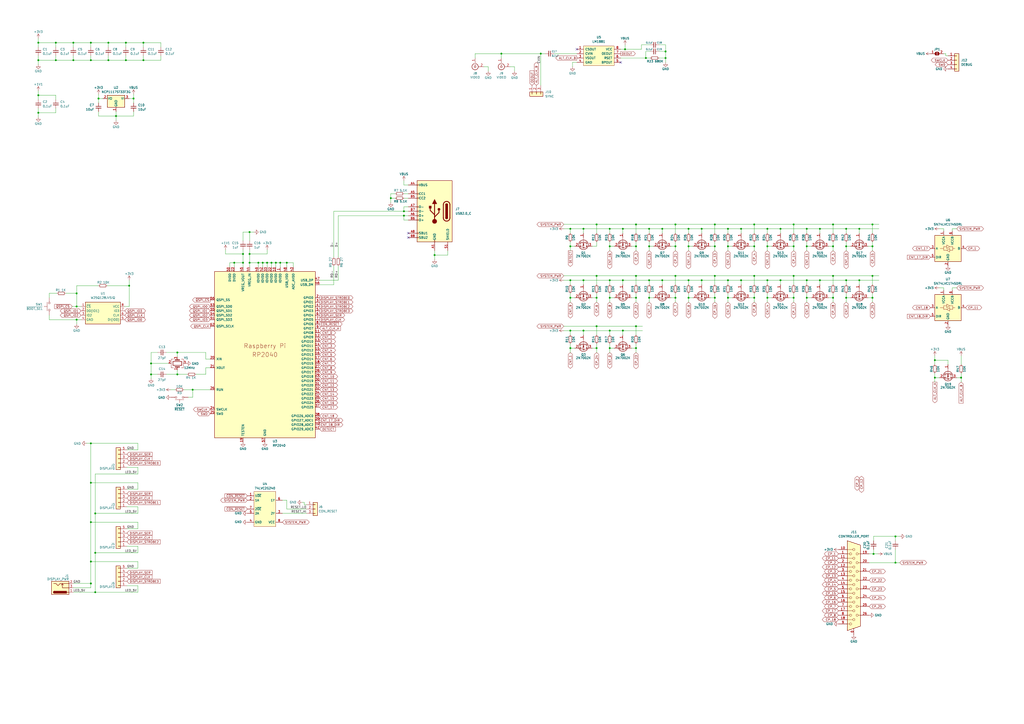
<source format=kicad_sch>
(kicad_sch (version 20230121) (generator eeschema)
  (paper "A2")
  (junction (at 460.375 130.175))
  (junction (at 52.705 34.925))
  (junction (at 353.695 132.715))
  (junction (at 490.855 172.72))
  (junction (at 475.615 162.56))
  (junction (at 22.225 34.925))
  (junction (at 519.43 311.15))
  (junction (at 368.935 142.875))
  (junction (at 346.075 201.93))
  (junction (at 368.935 201.93))
  (junction (at 226.695 114.935))
  (junction (at 234.315 125.095))
  (junction (at 346.075 160.02))
  (junction (at 346.075 130.175))
  (junction (at 154.94 152.4))
  (junction (at 368.935 189.23))
  (junction (at 391.795 142.875))
  (junction (at 437.515 160.02))
  (junction (at 490.855 162.56))
  (junction (at 52.705 338.455))
  (junction (at 353.695 201.93))
  (junction (at 102.87 217.17))
  (junction (at 55.245 343.535))
  (junction (at 467.995 132.715))
  (junction (at 44.45 170.18))
  (junction (at 22.225 65.405))
  (junction (at 62.865 24.765))
  (junction (at 353.695 172.72))
  (junction (at 384.175 132.715))
  (junction (at 330.835 142.875))
  (junction (at 368.935 172.72))
  (junction (at 330.835 162.56))
  (junction (at 506.095 160.02))
  (junction (at 55.245 297.815))
  (junction (at 483.235 130.175))
  (junction (at 55.245 320.675))
  (junction (at 87.63 210.82))
  (junction (at 353.695 162.56))
  (junction (at 144.78 152.4))
  (junction (at 361.315 191.77))
  (junction (at 467.995 172.72))
  (junction (at 22.225 55.245))
  (junction (at 313.69 31.115))
  (junction (at 429.895 132.715))
  (junction (at 452.755 132.715))
  (junction (at 83.185 34.925))
  (junction (at 330.835 201.93))
  (junction (at 362.585 28.575))
  (junction (at 384.175 162.56))
  (junction (at 414.655 130.175))
  (junction (at 77.47 57.15))
  (junction (at 140.97 147.32))
  (junction (at 374.65 33.655))
  (junction (at 506.73 321.31))
  (junction (at 338.455 162.56))
  (junction (at 330.835 191.77))
  (junction (at 467.995 162.56))
  (junction (at 437.515 172.72))
  (junction (at 498.475 132.715))
  (junction (at 162.56 152.4))
  (junction (at 67.31 67.31))
  (junction (at 290.83 31.115))
  (junction (at 391.795 160.02))
  (junction (at 490.855 142.875))
  (junction (at 52.705 325.755))
  (junction (at 32.385 34.925))
  (junction (at 353.695 191.77))
  (junction (at 391.795 172.72))
  (junction (at 437.515 142.875))
  (junction (at 452.755 162.56))
  (junction (at 542.29 208.915))
  (junction (at 42.545 24.765))
  (junction (at 460.375 160.02))
  (junction (at 234.315 122.555))
  (junction (at 467.995 142.875))
  (junction (at 361.315 162.56))
  (junction (at 414.655 160.02))
  (junction (at 368.935 130.175))
  (junction (at 62.865 34.925))
  (junction (at 338.455 132.715))
  (junction (at 483.235 142.875))
  (junction (at 460.375 172.72))
  (junction (at 102.87 204.47))
  (junction (at 42.545 34.925))
  (junction (at 399.415 162.56))
  (junction (at 87.63 217.17))
  (junction (at 361.315 132.715))
  (junction (at 346.075 172.72))
  (junction (at 498.475 162.56))
  (junction (at 422.275 132.715))
  (junction (at 152.4 152.4))
  (junction (at 475.615 132.715))
  (junction (at 252.095 147.955))
  (junction (at 346.075 189.23))
  (junction (at 52.705 302.895))
  (junction (at 330.835 172.72))
  (junction (at 52.705 24.765))
  (junction (at 542.29 219.075))
  (junction (at 157.48 152.4))
  (junction (at 149.86 152.4))
  (junction (at 445.135 162.56))
  (junction (at 506.095 172.72))
  (junction (at 386.08 33.655))
  (junction (at 386.08 29.845))
  (junction (at 44.45 177.8))
  (junction (at 407.035 162.56))
  (junction (at 445.135 172.72))
  (junction (at 74.93 165.735))
  (junction (at 330.835 132.715))
  (junction (at 376.555 172.72))
  (junction (at 353.695 142.875))
  (junction (at 73.025 24.765))
  (junction (at 160.02 152.4))
  (junction (at 407.035 132.715))
  (junction (at 338.455 191.77))
  (junction (at 52.705 280.035))
  (junction (at 460.375 142.875))
  (junction (at 376.555 142.875))
  (junction (at 519.43 326.39))
  (junction (at 135.89 152.4))
  (junction (at 506.095 142.875))
  (junction (at 83.185 24.765))
  (junction (at 414.655 172.72))
  (junction (at 437.515 130.175))
  (junction (at 445.135 132.715))
  (junction (at 445.135 142.875))
  (junction (at 429.895 162.56))
  (junction (at 376.555 132.715))
  (junction (at 399.415 132.715))
  (junction (at 422.275 142.875))
  (junction (at 140.97 152.4))
  (junction (at 111.76 226.06))
  (junction (at 391.795 130.175))
  (junction (at 399.415 172.72))
  (junction (at 483.235 172.72))
  (junction (at 506.095 130.175))
  (junction (at 399.415 142.875))
  (junction (at 414.655 142.875))
  (junction (at 144.78 147.32))
  (junction (at 376.555 162.56))
  (junction (at 422.275 172.72))
  (junction (at 52.705 257.175))
  (junction (at 22.225 24.765))
  (junction (at 57.15 57.15))
  (junction (at 483.235 160.02))
  (junction (at 490.855 132.715))
  (junction (at 166.37 152.4))
  (junction (at 44.45 185.42))
  (junction (at 422.275 162.56))
  (junction (at 73.025 34.925))
  (junction (at 144.78 134.62))
  (junction (at 368.935 160.02))
  (junction (at 32.385 24.765))
  (junction (at 557.53 219.075))
  (no_connect (at 334.645 28.575))
  (no_connect (at 360.045 36.195))
  (no_connect (at 236.855 137.795))
  (no_connect (at 236.855 135.255))
  (wire (pts (xy 460.375 130.175) (xy 460.375 135.255)))
  (wire (pts (xy 343.535 201.93) (xy 346.075 201.93)))
  (wire (pts (xy 332.105 36.195) (xy 332.105 38.735)))
  (wire (pts (xy 330.835 165.1) (xy 330.835 162.56)))
  (wire (pts (xy 80.01 274.955) (xy 55.245 274.955)))
  (wire (pts (xy 475.615 132.715) (xy 475.615 135.255)))
  (wire (pts (xy 437.515 160.02) (xy 460.375 160.02)))
  (wire (pts (xy 549.91 32.385) (xy 548.64 32.385)))
  (wire (pts (xy 330.835 140.335) (xy 330.835 142.875)))
  (wire (pts (xy 330.835 132.715) (xy 338.455 132.715)))
  (wire (pts (xy 437.515 140.335) (xy 437.515 142.875)))
  (wire (pts (xy 422.275 162.56) (xy 429.895 162.56)))
  (wire (pts (xy 391.795 170.18) (xy 391.795 172.72)))
  (wire (pts (xy 475.615 162.56) (xy 490.855 162.56)))
  (wire (pts (xy 414.655 130.175) (xy 414.655 135.255)))
  (wire (pts (xy 412.115 172.72) (xy 414.655 172.72)))
  (wire (pts (xy 414.655 140.335) (xy 414.655 142.875)))
  (wire (pts (xy 434.975 172.72) (xy 437.515 172.72)))
  (wire (pts (xy 483.235 160.02) (xy 483.235 165.1)))
  (wire (pts (xy 346.075 160.02) (xy 368.935 160.02)))
  (wire (pts (xy 475.615 132.715) (xy 490.855 132.715)))
  (wire (pts (xy 96.52 204.47) (xy 102.87 204.47)))
  (wire (pts (xy 467.995 140.335) (xy 467.995 142.875)))
  (wire (pts (xy 498.475 162.56) (xy 498.475 165.1)))
  (wire (pts (xy 193.675 122.555) (xy 193.675 149.225)))
  (wire (pts (xy 374.65 29.845) (xy 374.65 33.655)))
  (wire (pts (xy 483.235 160.02) (xy 506.095 160.02)))
  (wire (pts (xy 152.4 152.4) (xy 154.94 152.4)))
  (wire (pts (xy 552.45 132.715) (xy 554.99 132.715)))
  (wire (pts (xy 542.29 211.455) (xy 542.29 208.915)))
  (wire (pts (xy 22.225 24.765) (xy 22.225 27.305)))
  (wire (pts (xy 32.385 55.245) (xy 22.225 55.245)))
  (wire (pts (xy 422.275 172.72) (xy 422.275 175.26)))
  (wire (pts (xy 445.135 140.335) (xy 445.135 142.875)))
  (wire (pts (xy 140.97 147.32) (xy 140.97 144.78)))
  (wire (pts (xy 193.675 165.1) (xy 185.42 165.1)))
  (wire (pts (xy 166.37 290.195) (xy 166.37 295.275)))
  (wire (pts (xy 234.315 127.635) (xy 236.855 127.635)))
  (wire (pts (xy 437.515 130.175) (xy 437.515 135.255)))
  (wire (pts (xy 346.075 189.23) (xy 346.075 194.31)))
  (wire (pts (xy 234.315 104.775) (xy 234.315 107.315)))
  (wire (pts (xy 91.44 204.47) (xy 87.63 204.47)))
  (wire (pts (xy 353.695 140.335) (xy 353.695 142.875)))
  (wire (pts (xy 389.255 172.72) (xy 391.795 172.72)))
  (wire (pts (xy 376.555 165.1) (xy 376.555 162.56)))
  (wire (pts (xy 83.185 24.765) (xy 73.025 24.765)))
  (wire (pts (xy 52.705 302.895) (xy 52.705 325.755)))
  (wire (pts (xy 437.515 130.175) (xy 460.375 130.175)))
  (wire (pts (xy 140.97 154.94) (xy 140.97 152.4)))
  (wire (pts (xy 313.69 31.115) (xy 313.69 49.53)))
  (wire (pts (xy 407.035 132.715) (xy 422.275 132.715)))
  (wire (pts (xy 166.37 154.94) (xy 166.37 152.4)))
  (wire (pts (xy 52.705 32.385) (xy 52.705 34.925)))
  (wire (pts (xy 157.48 152.4) (xy 157.48 154.94)))
  (wire (pts (xy 62.865 27.305) (xy 62.865 24.765)))
  (wire (pts (xy 74.93 57.15) (xy 77.47 57.15)))
  (wire (pts (xy 93.345 27.305) (xy 93.345 24.765)))
  (wire (pts (xy 407.035 162.56) (xy 407.035 165.1)))
  (wire (pts (xy 52.705 27.305) (xy 52.705 24.765)))
  (wire (pts (xy 144.78 147.32) (xy 144.78 152.4)))
  (wire (pts (xy 346.075 140.335) (xy 346.075 142.875)))
  (wire (pts (xy 330.835 199.39) (xy 330.835 201.93)))
  (wire (pts (xy 490.855 132.715) (xy 498.475 132.715)))
  (wire (pts (xy 467.995 142.875) (xy 470.535 142.875)))
  (wire (pts (xy 386.08 33.655) (xy 382.27 33.655)))
  (wire (pts (xy 519.43 326.39) (xy 521.97 326.39)))
  (wire (pts (xy 467.995 170.18) (xy 467.995 172.72)))
  (wire (pts (xy 28.575 170.18) (xy 28.575 172.72)))
  (wire (pts (xy 275.59 33.655) (xy 275.59 31.115)))
  (wire (pts (xy 119.38 208.28) (xy 121.92 208.28)))
  (wire (pts (xy 506.095 175.26) (xy 506.095 172.72)))
  (wire (pts (xy 234.315 114.935) (xy 236.855 114.935)))
  (wire (pts (xy 338.455 162.56) (xy 353.695 162.56)))
  (wire (pts (xy 290.83 31.115) (xy 290.83 33.655)))
  (wire (pts (xy 57.15 67.31) (xy 67.31 67.31)))
  (wire (pts (xy 361.315 162.56) (xy 376.555 162.56)))
  (wire (pts (xy 343.535 172.72) (xy 346.075 172.72)))
  (wire (pts (xy 399.415 132.715) (xy 407.035 132.715)))
  (wire (pts (xy 135.89 152.4) (xy 135.89 154.94)))
  (wire (pts (xy 368.935 175.26) (xy 368.935 172.72)))
  (wire (pts (xy 157.48 152.4) (xy 160.02 152.4)))
  (wire (pts (xy 547.37 132.715) (xy 547.37 133.985)))
  (wire (pts (xy 368.935 160.02) (xy 391.795 160.02)))
  (wire (pts (xy 44.45 177.8) (xy 46.99 177.8)))
  (wire (pts (xy 557.53 216.535) (xy 557.53 219.075)))
  (wire (pts (xy 506.095 130.175) (xy 506.095 135.255)))
  (wire (pts (xy 229.235 112.395) (xy 226.695 112.395)))
  (wire (pts (xy 353.695 201.93) (xy 353.695 204.47)))
  (wire (pts (xy 22.225 65.405) (xy 22.225 67.945)))
  (wire (pts (xy 506.095 140.335) (xy 506.095 142.875)))
  (wire (pts (xy 196.215 125.095) (xy 196.215 149.225)))
  (wire (pts (xy 437.515 160.02) (xy 437.515 165.1)))
  (wire (pts (xy 483.235 130.175) (xy 506.095 130.175)))
  (wire (pts (xy 391.795 160.02) (xy 391.795 165.1)))
  (wire (pts (xy 504.19 321.31) (xy 506.73 321.31)))
  (wire (pts (xy 353.695 162.56) (xy 361.315 162.56)))
  (wire (pts (xy 544.83 132.715) (xy 547.37 132.715)))
  (wire (pts (xy 399.415 172.72) (xy 401.955 172.72)))
  (wire (pts (xy 362.585 26.035) (xy 362.585 28.575)))
  (wire (pts (xy 234.315 112.395) (xy 236.855 112.395)))
  (wire (pts (xy 382.27 26.035) (xy 386.08 26.035)))
  (wire (pts (xy 399.415 142.875) (xy 399.415 145.415)))
  (wire (pts (xy 144.78 139.7) (xy 144.78 134.62)))
  (wire (pts (xy 542.29 216.535) (xy 542.29 219.075)))
  (wire (pts (xy 87.63 210.82) (xy 87.63 217.17)))
  (wire (pts (xy 101.6 226.06) (xy 99.06 226.06)))
  (wire (pts (xy 422.275 135.255) (xy 422.275 132.715)))
  (wire (pts (xy 22.225 22.225) (xy 22.225 24.765)))
  (wire (pts (xy 376.555 140.335) (xy 376.555 142.875)))
  (wire (pts (xy 77.47 59.69) (xy 77.47 57.15)))
  (wire (pts (xy 74.93 177.8) (xy 72.39 177.8)))
  (wire (pts (xy 346.075 199.39) (xy 346.075 201.93)))
  (wire (pts (xy 80.01 325.755) (xy 52.705 325.755)))
  (wire (pts (xy 399.415 140.335) (xy 399.415 142.875)))
  (wire (pts (xy 434.975 142.875) (xy 437.515 142.875)))
  (wire (pts (xy 83.185 27.305) (xy 83.185 24.765)))
  (wire (pts (xy 399.415 142.875) (xy 401.955 142.875)))
  (wire (pts (xy 144.78 134.62) (xy 147.32 134.62)))
  (wire (pts (xy 160.02 152.4) (xy 162.56 152.4)))
  (wire (pts (xy 327.025 160.02) (xy 346.075 160.02)))
  (wire (pts (xy 384.175 162.56) (xy 399.415 162.56)))
  (wire (pts (xy 102.87 204.47) (xy 102.87 207.01)))
  (wire (pts (xy 170.18 152.4) (xy 166.37 152.4)))
  (wire (pts (xy 73.66 316.865) (xy 80.01 316.865)))
  (wire (pts (xy 391.795 130.175) (xy 391.795 135.255)))
  (wire (pts (xy 557.53 206.375) (xy 557.53 211.455)))
  (wire (pts (xy 384.175 162.56) (xy 384.175 165.1)))
  (wire (pts (xy 554.99 219.075) (xy 557.53 219.075)))
  (wire (pts (xy 338.455 191.77) (xy 338.455 194.31)))
  (wire (pts (xy 490.855 140.335) (xy 490.855 142.875)))
  (wire (pts (xy 346.075 160.02) (xy 346.075 165.1)))
  (wire (pts (xy 57.15 57.15) (xy 59.69 57.15)))
  (wire (pts (xy 460.375 175.26) (xy 460.375 172.72)))
  (wire (pts (xy 346.075 170.18) (xy 346.075 172.72)))
  (wire (pts (xy 376.555 172.72) (xy 376.555 175.26)))
  (wire (pts (xy 73.66 329.565) (xy 80.01 329.565)))
  (wire (pts (xy 506.095 160.02) (xy 509.905 160.02)))
  (wire (pts (xy 102.87 214.63) (xy 102.87 217.17)))
  (wire (pts (xy 154.94 152.4) (xy 154.94 154.94)))
  (wire (pts (xy 259.715 145.415) (xy 259.715 147.955)))
  (wire (pts (xy 548.64 32.385) (xy 548.64 31.115)))
  (wire (pts (xy 376.555 162.56) (xy 384.175 162.56)))
  (wire (pts (xy 140.97 139.7) (xy 140.97 134.62)))
  (wire (pts (xy 38.1 170.18) (xy 44.45 170.18)))
  (wire (pts (xy 133.35 152.4) (xy 133.35 154.94)))
  (wire (pts (xy 87.63 210.82) (xy 97.79 210.82)))
  (wire (pts (xy 503.555 172.72) (xy 506.095 172.72)))
  (wire (pts (xy 386.08 29.845) (xy 386.08 33.655)))
  (wire (pts (xy 457.835 172.72) (xy 460.375 172.72)))
  (wire (pts (xy 422.275 172.72) (xy 424.815 172.72)))
  (wire (pts (xy 80.01 280.035) (xy 52.705 280.035)))
  (wire (pts (xy 490.855 172.72) (xy 490.855 175.26)))
  (wire (pts (xy 62.865 32.385) (xy 62.865 34.925)))
  (wire (pts (xy 77.47 64.77) (xy 77.47 67.31)))
  (wire (pts (xy 368.935 204.47) (xy 368.935 201.93)))
  (wire (pts (xy 226.695 117.475) (xy 226.695 114.935)))
  (wire (pts (xy 41.91 177.8) (xy 44.45 177.8)))
  (wire (pts (xy 519.43 311.15) (xy 521.97 311.15)))
  (wire (pts (xy 330.835 170.18) (xy 330.835 172.72)))
  (wire (pts (xy 377.19 29.845) (xy 374.65 29.845)))
  (wire (pts (xy 44.45 187.96) (xy 44.45 185.42)))
  (wire (pts (xy 368.935 140.335) (xy 368.935 142.875)))
  (wire (pts (xy 452.755 132.715) (xy 452.755 135.255)))
  (wire (pts (xy 353.695 170.18) (xy 353.695 172.72)))
  (wire (pts (xy 102.87 204.47) (xy 119.38 204.47)))
  (wire (pts (xy 73.025 27.305) (xy 73.025 24.765)))
  (wire (pts (xy 83.185 34.925) (xy 73.025 34.925)))
  (wire (pts (xy 376.555 132.715) (xy 384.175 132.715)))
  (wire (pts (xy 445.135 165.1) (xy 445.135 162.56)))
  (wire (pts (xy 321.31 31.115) (xy 334.645 31.115)))
  (wire (pts (xy 376.555 172.72) (xy 379.095 172.72)))
  (wire (pts (xy 130.81 144.78) (xy 130.81 147.32)))
  (wire (pts (xy 144.78 152.4) (xy 149.86 152.4)))
  (wire (pts (xy 384.175 132.715) (xy 384.175 135.255)))
  (wire (pts (xy 44.45 165.735) (xy 57.15 165.735)))
  (wire (pts (xy 154.94 147.32) (xy 154.94 144.78)))
  (wire (pts (xy 42.545 24.765) (xy 32.385 24.765)))
  (wire (pts (xy 77.47 54.61) (xy 77.47 57.15)))
  (wire (pts (xy 382.27 29.845) (xy 386.08 29.845)))
  (wire (pts (xy 372.11 26.035) (xy 372.11 28.575)))
  (wire (pts (xy 506.095 145.415) (xy 506.095 142.875)))
  (wire (pts (xy 93.345 24.765) (xy 83.185 24.765)))
  (wire (pts (xy 429.895 162.56) (xy 445.135 162.56)))
  (wire (pts (xy 391.795 175.26) (xy 391.795 172.72)))
  (wire (pts (xy 252.095 147.955) (xy 252.095 150.495)))
  (wire (pts (xy 506.73 321.31) (xy 509.27 321.31)))
  (wire (pts (xy 544.83 167.005) (xy 547.37 167.005)))
  (wire (pts (xy 483.235 140.335) (xy 483.235 142.875)))
  (wire (pts (xy 330.835 142.875) (xy 330.835 145.415)))
  (wire (pts (xy 57.15 64.77) (xy 57.15 67.31)))
  (wire (pts (xy 460.375 140.335) (xy 460.375 142.875)))
  (wire (pts (xy 346.075 189.23) (xy 368.935 189.23)))
  (wire (pts (xy 22.225 52.705) (xy 22.225 55.245)))
  (wire (pts (xy 399.415 162.56) (xy 407.035 162.56)))
  (wire (pts (xy 196.215 125.095) (xy 234.315 125.095)))
  (wire (pts (xy 374.65 33.655) (xy 377.19 33.655)))
  (wire (pts (xy 445.135 172.72) (xy 447.675 172.72)))
  (wire (pts (xy 176.53 292.735) (xy 176.53 291.465)))
  (wire (pts (xy 506.095 170.18) (xy 506.095 172.72)))
  (wire (pts (xy 80.01 260.985) (xy 80.01 257.175)))
  (wire (pts (xy 346.075 130.175) (xy 368.935 130.175)))
  (wire (pts (xy 226.695 112.395) (xy 226.695 114.935)))
  (wire (pts (xy 62.23 165.735) (xy 74.93 165.735)))
  (wire (pts (xy 154.94 152.4) (xy 157.48 152.4)))
  (wire (pts (xy 22.225 62.865) (xy 22.225 65.405)))
  (wire (pts (xy 399.415 170.18) (xy 399.415 172.72)))
  (wire (pts (xy 490.855 165.1) (xy 490.855 162.56)))
  (wire (pts (xy 414.655 160.02) (xy 437.515 160.02)))
  (wire (pts (xy 226.695 114.935) (xy 229.235 114.935)))
  (wire (pts (xy 160.02 152.4) (xy 160.02 154.94)))
  (wire (pts (xy 437.515 145.415) (xy 437.515 142.875)))
  (wire (pts (xy 73.025 34.925) (xy 62.865 34.925)))
  (wire (pts (xy 170.18 154.94) (xy 170.18 152.4)))
  (wire (pts (xy 361.315 132.715) (xy 361.315 135.255)))
  (wire (pts (xy 483.235 170.18) (xy 483.235 172.72)))
  (wire (pts (xy 414.655 160.02) (xy 414.655 165.1)))
  (wire (pts (xy 330.835 135.255) (xy 330.835 132.715)))
  (wire (pts (xy 327.025 130.175) (xy 346.075 130.175)))
  (wire (pts (xy 346.075 175.26) (xy 346.075 172.72)))
  (wire (pts (xy 177.8 292.735) (xy 176.53 292.735)))
  (wire (pts (xy 193.675 154.305) (xy 193.675 165.1)))
  (wire (pts (xy 368.935 160.02) (xy 368.935 165.1)))
  (wire (pts (xy 163.83 297.815) (xy 177.8 297.815)))
  (wire (pts (xy 42.545 27.305) (xy 42.545 24.765)))
  (wire (pts (xy 52.705 340.995) (xy 52.705 338.455)))
  (wire (pts (xy 460.375 160.02) (xy 483.235 160.02)))
  (wire (pts (xy 445.135 132.715) (xy 452.755 132.715)))
  (wire (pts (xy 372.11 26.035) (xy 377.19 26.035)))
  (wire (pts (xy 295.91 38.735) (xy 298.45 38.735)))
  (wire (pts (xy 83.185 32.385) (xy 83.185 34.925)))
  (wire (pts (xy 52.705 34.925) (xy 42.545 34.925)))
  (wire (pts (xy 42.545 343.535) (xy 55.245 343.535)))
  (wire (pts (xy 62.865 24.765) (xy 52.705 24.765)))
  (wire (pts (xy 452.755 162.56) (xy 467.995 162.56)))
  (wire (pts (xy 67.31 67.31) (xy 67.31 69.85)))
  (wire (pts (xy 384.175 132.715) (xy 399.415 132.715)))
  (wire (pts (xy 362.585 28.575) (xy 372.11 28.575)))
  (wire (pts (xy 467.995 142.875) (xy 467.995 145.415)))
  (wire (pts (xy 437.515 170.18) (xy 437.515 172.72)))
  (wire (pts (xy 42.545 338.455) (xy 52.705 338.455)))
  (wire (pts (xy 361.315 132.715) (xy 376.555 132.715)))
  (wire (pts (xy 330.835 194.31) (xy 330.835 191.77)))
  (wire (pts (xy 28.575 182.88) (xy 28.575 185.42)))
  (wire (pts (xy 87.63 204.47) (xy 87.63 210.82)))
  (wire (pts (xy 80.01 320.675) (xy 55.245 320.675)))
  (wire (pts (xy 353.695 142.875) (xy 353.695 145.415)))
  (wire (pts (xy 374.65 33.655) (xy 360.045 33.655)))
  (wire (pts (xy 50.165 257.175) (xy 52.705 257.175)))
  (wire (pts (xy 506.095 160.02) (xy 506.095 165.1)))
  (wire (pts (xy 548.64 31.115) (xy 547.37 31.115)))
  (wire (pts (xy 327.025 132.715) (xy 330.835 132.715)))
  (wire (pts (xy 252.095 145.415) (xy 252.095 147.955)))
  (wire (pts (xy 80.01 271.145) (xy 80.01 274.955)))
  (wire (pts (xy 313.69 31.115) (xy 316.23 31.115)))
  (wire (pts (xy 467.995 165.1) (xy 467.995 162.56)))
  (wire (pts (xy 80.01 316.865) (xy 80.01 320.675)))
  (wire (pts (xy 73.66 260.985) (xy 80.01 260.985)))
  (wire (pts (xy 80.01 302.895) (xy 52.705 302.895)))
  (wire (pts (xy 44.45 185.42) (xy 28.575 185.42)))
  (wire (pts (xy 77.47 67.31) (xy 67.31 67.31)))
  (wire (pts (xy 552.45 167.005) (xy 554.99 167.005)))
  (wire (pts (xy 353.695 191.77) (xy 361.315 191.77)))
  (wire (pts (xy 130.81 147.32) (xy 140.97 147.32)))
  (wire (pts (xy 96.52 217.17) (xy 102.87 217.17)))
  (wire (pts (xy 391.795 145.415) (xy 391.795 142.875)))
  (wire (pts (xy 234.315 120.015) (xy 234.315 122.555)))
  (wire (pts (xy 376.555 135.255) (xy 376.555 132.715)))
  (wire (pts (xy 332.105 36.195) (xy 334.645 36.195)))
  (wire (pts (xy 196.215 162.56) (xy 185.42 162.56)))
  (wire (pts (xy 445.135 170.18) (xy 445.135 172.72)))
  (wire (pts (xy 119.38 204.47) (xy 119.38 208.28)))
  (wire (pts (xy 327.025 162.56) (xy 330.835 162.56)))
  (wire (pts (xy 44.45 185.42) (xy 46.99 185.42)))
  (wire (pts (xy 483.235 175.26) (xy 483.235 172.72)))
  (wire (pts (xy 109.22 230.505) (xy 111.76 230.505)))
  (wire (pts (xy 422.275 142.875) (xy 424.815 142.875)))
  (wire (pts (xy 552.45 168.275) (xy 552.45 167.005)))
  (wire (pts (xy 80.01 343.535) (xy 55.245 343.535)))
  (wire (pts (xy 490.855 135.255) (xy 490.855 132.715)))
  (wire (pts (xy 504.19 326.39) (xy 519.43 326.39)))
  (wire (pts (xy 338.455 132.715) (xy 353.695 132.715)))
  (wire (pts (xy 32.385 24.765) (xy 22.225 24.765)))
  (wire (pts (xy 119.38 213.36) (xy 119.38 217.17)))
  (wire (pts (xy 412.115 142.875) (xy 414.655 142.875)))
  (wire (pts (xy 149.86 152.4) (xy 149.86 154.94)))
  (wire (pts (xy 547.37 167.005) (xy 547.37 168.275)))
  (wire (pts (xy 80.01 306.705) (xy 80.01 302.895)))
  (wire (pts (xy 52.705 257.175) (xy 52.705 280.035)))
  (wire (pts (xy 376.555 170.18) (xy 376.555 172.72)))
  (wire (pts (xy 102.87 217.17) (xy 108.585 217.17)))
  (wire (pts (xy 368.935 189.23) (xy 368.935 194.31)))
  (wire (pts (xy 234.315 122.555) (xy 236.855 122.555)))
  (wire (pts (xy 106.68 226.06) (xy 111.76 226.06)))
  (wire (pts (xy 475.615 162.56) (xy 475.615 165.1)))
  (wire (pts (xy 353.695 142.875) (xy 356.235 142.875)))
  (wire (pts (xy 445.135 142.875) (xy 445.135 145.415)))
  (wire (pts (xy 414.655 170.18) (xy 414.655 172.72)))
  (wire (pts (xy 399.415 165.1) (xy 399.415 162.56)))
  (wire (pts (xy 519.43 318.77) (xy 519.43 326.39)))
  (wire (pts (xy 429.895 132.715) (xy 445.135 132.715)))
  (wire (pts (xy 460.375 130.175) (xy 483.235 130.175)))
  (wire (pts (xy 361.315 191.77) (xy 361.315 194.31)))
  (wire (pts (xy 73.025 24.765) (xy 62.865 24.765)))
  (wire (pts (xy 445.135 142.875) (xy 447.675 142.875)))
  (wire (pts (xy 353.695 135.255) (xy 353.695 132.715)))
  (wire (pts (xy 338.455 191.77) (xy 353.695 191.77)))
  (wire (pts (xy 490.855 142.875) (xy 490.855 145.415)))
  (wire (pts (xy 506.73 318.77) (xy 506.73 321.31)))
  (wire (pts (xy 506.095 130.175) (xy 509.905 130.175)))
  (wire (pts (xy 121.92 213.36) (xy 119.38 213.36)))
  (wire (pts (xy 445.135 172.72) (xy 445.135 175.26)))
  (wire (pts (xy 80.01 339.725) (xy 80.01 343.535)))
  (wire (pts (xy 52.705 325.755) (xy 52.705 338.455)))
  (wire (pts (xy 422.275 132.715) (xy 429.895 132.715)))
  (wire (pts (xy 163.83 290.195) (xy 166.37 290.195)))
  (wire (pts (xy 73.66 271.145) (xy 80.01 271.145)))
  (wire (pts (xy 407.035 132.715) (xy 407.035 135.255)))
  (wire (pts (xy 74.93 162.56) (xy 74.93 165.735)))
  (wire (pts (xy 506.73 313.69) (xy 506.73 311.15)))
  (wire (pts (xy 368.935 170.18) (xy 368.935 172.72)))
  (wire (pts (xy 353.695 172.72) (xy 356.235 172.72)))
  (wire (pts (xy 361.315 191.77) (xy 372.745 191.77)))
  (wire (pts (xy 73.66 283.845) (xy 80.01 283.845)))
  (wire (pts (xy 353.695 201.93) (xy 356.235 201.93)))
  (wire (pts (xy 32.385 32.385) (xy 32.385 34.925)))
  (wire (pts (xy 166.37 152.4) (xy 162.56 152.4)))
  (wire (pts (xy 353.695 172.72) (xy 353.695 175.26)))
  (wire (pts (xy 330.835 201.93) (xy 333.375 201.93)))
  (wire (pts (xy 498.475 132.715) (xy 498.475 135.255)))
  (wire (pts (xy 519.43 313.69) (xy 519.43 311.15)))
  (wire (pts (xy 557.53 221.615) (xy 557.53 219.075)))
  (wire (pts (xy 376.555 142.875) (xy 376.555 145.415)))
  (wire (pts (xy 480.695 142.875) (xy 483.235 142.875)))
  (wire (pts (xy 193.675 122.555) (xy 234.315 122.555)))
  (wire (pts (xy 55.245 274.955) (xy 55.245 297.815)))
  (wire (pts (xy 259.715 147.955) (xy 252.095 147.955)))
  (wire (pts (xy 429.895 132.715) (xy 429.895 135.255)))
  (wire (pts (xy 391.795 160.02) (xy 414.655 160.02)))
  (wire (pts (xy 452.755 132.715) (xy 467.995 132.715)))
  (wire (pts (xy 353.695 132.715) (xy 361.315 132.715)))
  (wire (pts (xy 353.695 199.39) (xy 353.695 201.93)))
  (wire (pts (xy 414.655 175.26) (xy 414.655 172.72)))
  (wire (pts (xy 196.215 154.305) (xy 196.215 162.56)))
  (wire (pts (xy 236.855 125.095) (xy 234.315 125.095)))
  (wire (pts (xy 330.835 172.72) (xy 330.835 175.26)))
  (wire (pts (xy 330.835 162.56) (xy 338.455 162.56)))
  (wire (pts (xy 275.59 31.115) (xy 290.83 31.115)))
  (wire (pts (xy 67.31 64.77) (xy 67.31 67.31)))
  (wire (pts (xy 111.76 230.505) (xy 111.76 226.06)))
  (wire (pts (xy 87.63 217.17) (xy 91.44 217.17)))
  (wire (pts (xy 437.515 175.26) (xy 437.515 172.72)))
  (wire (pts (xy 457.835 142.875) (xy 460.375 142.875)))
  (wire (pts (xy 353.695 194.31) (xy 353.695 191.77)))
  (wire (pts (xy 73.66 306.705) (xy 80.01 306.705)))
  (wire (pts (xy 32.385 27.305) (xy 32.385 24.765)))
  (wire (pts (xy 140.97 152.4) (xy 135.89 152.4)))
  (wire (pts (xy 32.385 62.865) (xy 32.385 65.405)))
  (wire (pts (xy 498.475 162.56) (xy 509.905 162.56)))
  (wire (pts (xy 542.29 206.375) (xy 542.29 208.915)))
  (wire (pts (xy 445.135 162.56) (xy 452.755 162.56)))
  (wire (pts (xy 80.01 257.175) (xy 52.705 257.175)))
  (wire (pts (xy 414.655 145.415) (xy 414.655 142.875)))
  (wire (pts (xy 391.795 140.335) (xy 391.795 142.875)))
  (wire (pts (xy 111.76 226.06) (xy 121.92 226.06)))
  (wire (pts (xy 234.315 107.315) (xy 236.855 107.315)))
  (wire (pts (xy 376.555 142.875) (xy 379.095 142.875)))
  (wire (pts (xy 503.555 142.875) (xy 506.095 142.875)))
  (wire (pts (xy 283.21 38.735) (xy 283.21 41.275)))
  (wire (pts (xy 429.895 162.56) (xy 429.895 165.1)))
  (wire (pts (xy 113.665 217.17) (xy 119.38 217.17)))
  (wire (pts (xy 506.73 311.15) (xy 519.43 311.15)))
  (wire (pts (xy 490.855 170.18) (xy 490.855 172.72)))
  (wire (pts (xy 73.66 294.005) (xy 80.01 294.005)))
  (wire (pts (xy 144.78 147.32) (xy 154.94 147.32)))
  (wire (pts (xy 366.395 172.72) (xy 368.935 172.72)))
  (wire (pts (xy 422.275 165.1) (xy 422.275 162.56)))
  (wire (pts (xy 467.995 135.255) (xy 467.995 132.715)))
  (wire (pts (xy 542.29 221.615) (xy 542.29 219.075)))
  (wire (pts (xy 73.025 32.385) (xy 73.025 34.925)))
  (wire (pts (xy 57.15 59.69) (xy 57.15 57.15)))
  (wire (pts (xy 368.935 145.415) (xy 368.935 142.875)))
  (wire (pts (xy 140.97 147.32) (xy 140.97 152.4)))
  (wire (pts (xy 498.475 132.715) (xy 509.905 132.715)))
  (wire (pts (xy 62.865 34.925) (xy 52.705 34.925)))
  (wire (pts (xy 176.53 291.465) (xy 175.26 291.465)))
  (wire (pts (xy 386.08 26.035) (xy 386.08 29.845)))
  (wire (pts (xy 236.855 120.015) (xy 234.315 120.015)))
  (wire (pts (xy 298.45 38.735) (xy 298.45 41.275)))
  (wire (pts (xy 55.245 320.675) (xy 55.245 343.535)))
  (wire (pts (xy 327.025 189.23) (xy 346.075 189.23)))
  (wire (pts (xy 422.275 140.335) (xy 422.275 142.875)))
  (wire (pts (xy 391.795 130.175) (xy 414.655 130.175)))
  (wire (pts (xy 368.935 130.175) (xy 368.935 135.255)))
  (wire (pts (xy 22.225 55.245) (xy 22.225 57.785)))
  (wire (pts (xy 80.01 283.845) (xy 80.01 280.035)))
  (wire (pts (xy 93.345 32.385) (xy 93.345 34.925)))
  (wire (pts (xy 386.08 33.655) (xy 386.08 36.195)))
  (wire (pts (xy 80.01 294.005) (xy 80.01 297.815)))
  (wire (pts (xy 542.29 219.075) (xy 544.83 219.075)))
  (wire (pts (xy 399.415 135.255) (xy 399.415 132.715)))
  (wire (pts (xy 327.025 191.77) (xy 330.835 191.77)))
  (wire (pts (xy 460.375 145.415) (xy 460.375 142.875)))
  (wire (pts (xy 360.045 28.575) (xy 362.585 28.575)))
  (wire (pts (xy 330.835 201.93) (xy 330.835 204.47)))
  (wire (pts (xy 366.395 142.875) (xy 368.935 142.875)))
  (wire (pts (xy 290.83 31.115) (xy 313.69 31.115)))
  (wire (pts (xy 467.995 172.72) (xy 467.995 175.26)))
  (wire (pts (xy 52.705 24.765) (xy 42.545 24.765)))
  (wire (pts (xy 93.345 34.925) (xy 83.185 34.925)))
  (wire (pts (xy 42.545 34.925) (xy 32.385 34.925)))
  (wire (pts (xy 460.375 160.02) (xy 460.375 165.1)))
  (wire (pts (xy 140.97 134.62) (xy 144.78 134.62)))
  (wire (pts (xy 490.855 162.56) (xy 498.475 162.56)))
  (wire (pts (xy 542.29 208.915) (xy 549.91 208.915)))
  (wire (pts (xy 549.91 208.915) (xy 549.91 211.455)))
  (wire (pts (xy 330.835 172.72) (xy 333.375 172.72)))
  (wire (pts (xy 467.995 162.56) (xy 475.615 162.56)))
  (wire (pts (xy 452.755 162.56) (xy 452.755 165.1)))
  (wire (pts (xy 149.86 152.4) (xy 152.4 152.4)))
  (wire (pts (xy 73.66 339.725) (xy 80.01 339.725)))
  (wire (pts (xy 422.275 142.875) (xy 422.275 145.415)))
  (wire (pts (xy 343.535 142.875) (xy 346.075 142.875)))
  (wire (pts (xy 74.93 165.735) (xy 74.93 177.8)))
  (wire (pts (xy 338.455 132.715) (xy 338.455 135.255)))
  (wire (pts (xy 22.225 32.385) (xy 22.225 34.925)))
  (wire (pts (xy 234.315 125.095) (xy 234.315 127.635)))
  (wire (pts (xy 399.415 172.72) (xy 399.415 175.26)))
  (wire (pts (xy 144.78 154.94) (xy 144.78 152.4)))
  (wire (pts (xy 55.245 297.815) (xy 55.245 320.675)))
  (wire (pts (xy 480.695 172.72) (xy 483.235 172.72)))
  (wire (pts (xy 422.275 170.18) (xy 422.275 172.72)))
  (wire (pts (xy 32.385 57.785) (xy 32.385 55.245)))
  (wire (pts (xy 361.315 162.56) (xy 361.315 165.1)))
  (wire (pts (xy 389.255 142.875) (xy 391.795 142.875)))
  (wire (pts (xy 353.695 165.1) (xy 353.695 162.56)))
  (wire (pts (xy 330.835 191.77) (xy 338.455 191.77)))
  (wire (pts (xy 135.89 152.4) (xy 133.35 152.4)))
  (wire (pts (xy 414.655 130.175) (xy 437.515 130.175)))
  (wire (pts (xy 80.01 297.815) (xy 55.245 297.815)))
  (wire (pts (xy 44.45 170.18) (xy 44.45 177.8)))
  (wire (pts (xy 280.67 38.735) (xy 283.21 38.735)))
  (wire (pts (xy 52.705 280.035) (xy 52.705 302.895)))
  (wire (pts (xy 32.385 65.405) (xy 22.225 65.405)))
  (wire (pts (xy 490.855 172.72) (xy 493.395 172.72)))
  (wire (pts (xy 87.63 219.71) (xy 87.63 217.17)))
  (wire (pts (xy 407.035 162.56) (xy 422.275 162.56)))
  (wire (pts (xy 490.855 142.875) (xy 493.395 142.875)))
  (wire (pts (xy 338.455 162.56) (xy 338.455 165.1)))
  (wire (pts (xy 80.01 329.565) (xy 80.01 325.755)))
  (wire (pts (xy 368.935 199.39) (xy 368.935 201.93)))
  (wire (pts (xy 445.135 135.255) (xy 445.135 132.715)))
  (wire (pts (xy 552.45 133.985) (xy 552.45 132.715)))
  (wire (pts (xy 144.78 144.78) (xy 144.78 147.32)))
  (wire (pts (xy 162.56 152.4) (xy 162.56 154.94)))
  (wire (pts (xy 483.235 145.415) (xy 483.235 142.875)))
  (wire (pts (xy 42.545 340.995) (xy 52.705 340.995)))
  (wire (pts (xy 28.575 170.18) (xy 33.02 170.18)))
  (wire (pts (xy 368.935 189.23) (xy 372.745 189.23)))
  (wire (pts (xy 467.995 132.715) (xy 475.615 132.715)))
  (wire (pts (xy 460.375 170.18) (xy 460.375 172.72)))
  (wire (pts (xy 346.075 204.47) (xy 346.075 201.93)))
  (wire (pts (xy 467.995 172.72) (xy 470.535 172.72)))
  (wire (pts (xy 366.395 201.93) (xy 368.935 201.93)))
  (wire (pts (xy 346.075 130.175) (xy 346.075 135.255)))
  (wire (pts (xy 22.225 34.925) (xy 22.225 37.465)))
  (wire (pts (xy 152.4 152.4) (xy 152.4 154.94)))
  (wire (pts (xy 483.235 130.175) (xy 483.235 135.255)))
  (wire (pts (xy 368.935 130.175) (xy 391.795 130.175)))
  (wire (pts (xy 44.45 165.735) (xy 44.45 170.18)))
  (wire (pts (xy 32.385 34.925) (xy 22.225 34.925)))
  (wire (pts (xy 42.545 32.385) (xy 42.545 34.925)))
  (wire (pts (xy 57.15 54.61) (xy 57.15 57.15)))
  (wire (pts (xy 330.835 142.875) (xy 333.375 142.875)))
  (wire (pts (xy 166.37 295.275) (xy 177.8 295.275)))
  (label "LED_5V" (at 79.375 343.535 180))
  (label "GND" (at 73.66 260.985 0))
  (label "RESET_HI" (at 177.8 297.815 180))
  (label "RD+" (at 196.215 156.845 270))
  (label "GND" (at 42.545 338.455 0))
  (label "RD-" (at 193.675 156.845 270))
  (label "GND" (at 73.66 329.565 0))
  (label "LED_5V" (at 79.375 297.815 180))
  (label "LED_5V" (at 79.375 274.955 180))
  (label "RESET_LO" (at 177.8 295.275 180))
  (label "D-" (at 193.675 140.335 270))
  (label "LED_5V" (at 42.545 343.535 0))
  (label "CVIN" (at 313.69 36.83 90))
  (label "GND" (at 73.66 283.845 0))
  (label "GND" (at 73.66 306.705 0))
  (label "D+" (at 196.215 140.335 270))
  (label "LED_5V" (at 79.375 320.675 180))
  (global_label "CNT_2" (shape bidirectional) (at 490.855 175.26 270) (property "Intersheetrefs" "${INTERSHEET_REFS}" (effects hide)))
  (global_label "DISPLAY_SER" (shape output) (at 185.42 182.88 0) (property "Intersheetrefs" "${INTERSHEET_REFS}" (effects hide)))
  (global_label "CNT_5" (shape bidirectional) (at 422.275 175.26 270) (property "Intersheetrefs" "${INTERSHEET_REFS}" (effects hide)))
  (global_label "CNT_2" (shape bidirectional) (at 185.42 198.12 0) (property "Intersheetrefs" "${INTERSHEET_REFS}" (effects hide)))
  (global_label "SYSTEM_PWR" (shape bidirectional) (at 327.025 160.02 180) (property "Intersheetrefs" "${INTERSHEET_REFS}" (effects hide)))
  (global_label "CP_15" (shape bidirectional) (at 486.41 344.17 180) (property "Intersheetrefs" "${INTERSHEET_REFS}" (effects hide)))
  (global_label "SWD" (shape bidirectional) (at 121.92 240.03 180) (property "Intersheetrefs" "${INTERSHEET_REFS}" (effects hide)))
  (global_label "DISPLAY_STROBE2" (shape output) (at 185.42 177.8 0) (property "Intersheetrefs" "${INTERSHEET_REFS}" (effects hide)))
  (global_label "CP_16" (shape bidirectional) (at 414.655 175.26 270) (property "Intersheetrefs" "${INTERSHEET_REFS}" (effects hide)))
  (global_label "CP_6" (shape bidirectional) (at 486.41 346.71 180) (property "Intersheetrefs" "${INTERSHEET_REFS}" (effects hide)))
  (global_label "CP_5" (shape bidirectional) (at 486.41 341.63 180) (property "Intersheetrefs" "${INTERSHEET_REFS}" (effects hide)))
  (global_label "CP_25" (shape bidirectional) (at 506.095 175.26 270) (property "Intersheetrefs" "${INTERSHEET_REFS}" (effects hide)))
  (global_label "CNT_18_DIR" (shape input) (at 539.75 183.515 180) (property "Intersheetrefs" "${INTERSHEET_REFS}" (effects hide)))
  (global_label "CP_23" (shape bidirectional) (at 368.935 204.47 270) (property "Intersheetrefs" "${INTERSHEET_REFS}" (effects hide)))
  (global_label "DISPLAY_SER" (shape input) (at 73.66 263.525 0) (property "Intersheetrefs" "${INTERSHEET_REFS}" (effects hide)))
  (global_label "DISPLAY_STROBE0" (shape input) (at 73.66 268.605 0) (property "Intersheetrefs" "${INTERSHEET_REFS}" (effects hide)))
  (global_label "OEOUT" (shape output) (at 360.045 31.115 0) (property "Intersheetrefs" "${INTERSHEET_REFS}" (effects hide)))
  (global_label "DISPLAY_SER" (shape input) (at 73.66 332.105 0) (property "Intersheetrefs" "${INTERSHEET_REFS}" (effects hide)))
  (global_label "CP_11" (shape bidirectional) (at 560.07 178.435 0) (property "Intersheetrefs" "${INTERSHEET_REFS}" (effects hide)))
  (global_label "CP_7" (shape bidirectional) (at 486.41 351.79 180) (property "Intersheetrefs" "${INTERSHEET_REFS}" (effects hide)))
  (global_label "CNT_8" (shape bidirectional) (at 353.695 175.26 270) (property "Intersheetrefs" "${INTERSHEET_REFS}" (effects hide)))
  (global_label "CNT_16" (shape bidirectional) (at 185.42 233.68 0) (property "Intersheetrefs" "${INTERSHEET_REFS}" (effects hide)))
  (global_label "DISPLAY_STROBE1" (shape input) (at 73.66 291.465 0) (property "Intersheetrefs" "${INTERSHEET_REFS}" (effects hide)))
  (global_label "CP_4" (shape bidirectional) (at 437.515 145.415 270) (property "Intersheetrefs" "${INTERSHEET_REFS}" (effects hide)))
  (global_label "CNT_15" (shape bidirectional) (at 376.555 145.415 270) (property "Intersheetrefs" "${INTERSHEET_REFS}" (effects hide)))
  (global_label "CNT_12" (shape bidirectional) (at 445.135 145.415 270) (property "Intersheetrefs" "${INTERSHEET_REFS}" (effects hide)))
  (global_label "CNT_8" (shape bidirectional) (at 185.42 213.36 0) (property "Intersheetrefs" "${INTERSHEET_REFS}" (effects hide)))
  (global_label "CP_2" (shape bidirectional) (at 497.205 276.225 270) (property "Intersheetrefs" "${INTERSHEET_REFS}" (effects hide)))
  (global_label "SYSTEM_PWR" (shape bidirectional) (at 554.99 167.005 0) (property "Intersheetrefs" "${INTERSHEET_REFS}" (effects hide)))
  (global_label "CNT_9" (shape bidirectional) (at 185.42 215.9 0) (property "Intersheetrefs" "${INTERSHEET_REFS}" (effects hide)))
  (global_label "CNT_11" (shape bidirectional) (at 185.42 220.98 0) (property "Intersheetrefs" "${INTERSHEET_REFS}" (effects hide)))
  (global_label "ALT_CLK_B" (shape output) (at 334.645 33.655 180) (property "Intersheetrefs" "${INTERSHEET_REFS}" (effects hide)))
  (global_label "QSPI_IO1" (shape bidirectional) (at 46.99 180.34 180) (property "Intersheetrefs" "${INTERSHEET_REFS}" (effects hide)))
  (global_label "SYSTEM_PWR" (shape bidirectional) (at 327.025 130.175 180) (property "Intersheetrefs" "${INTERSHEET_REFS}" (effects hide)))
  (global_label "QSPI_CLK" (shape input) (at 72.39 182.88 0) (property "Intersheetrefs" "${INTERSHEET_REFS}" (effects hide)))
  (global_label "CNT_13" (shape bidirectional) (at 422.275 145.415 270) (property "Intersheetrefs" "${INTERSHEET_REFS}" (effects hide)))
  (global_label "CNT_6" (shape bidirectional) (at 185.42 208.28 0) (property "Intersheetrefs" "${INTERSHEET_REFS}" (effects hide)))
  (global_label "CNT_17_DIR" (shape input) (at 539.75 149.225 180) (property "Intersheetrefs" "${INTERSHEET_REFS}" (effects hide)))
  (global_label "SYSTEM_PWR" (shape bidirectional) (at 554.99 132.715 0) (property "Intersheetrefs" "${INTERSHEET_REFS}" (effects hide)))
  (global_label "DISPLAY_STROBE2" (shape input) (at 73.66 314.325 0) (property "Intersheetrefs" "${INTERSHEET_REFS}" (effects hide)))
  (global_label "~{CON_RESET}" (shape output) (at 185.42 187.96 0) (property "Intersheetrefs" "${INTERSHEET_REFS}" (effects hide)))
  (global_label "~{QSPI_CS}" (shape input) (at 41.91 177.8 180) (property "Intersheetrefs" "${INTERSHEET_REFS}" (effects hide)))
  (global_label "CNT_17_DIR" (shape output) (at 185.42 243.84 0) (property "Intersheetrefs" "${INTERSHEET_REFS}" (effects hide)))
  (global_label "CNT_9" (shape bidirectional) (at 330.835 175.26 270) (property "Intersheetrefs" "${INTERSHEET_REFS}" (effects hide)))
  (global_label "QSPI_IO0" (shape bidirectional) (at 72.39 185.42 0) (property "Intersheetrefs" "${INTERSHEET_REFS}" (effects hide)))
  (global_label "CNT_15" (shape bidirectional) (at 185.42 231.14 0) (property "Intersheetrefs" "${INTERSHEET_REFS}" (effects hide)))
  (global_label "CP_15" (shape bidirectional) (at 506.095 145.415 270) (property "Intersheetrefs" "${INTERSHEET_REFS}" (effects hide)))
  (global_label "CNT_18_DIR" (shape output) (at 185.42 246.38 0) (property "Intersheetrefs" "${INTERSHEET_REFS}" (effects hide)))
  (global_label "OEOUT" (shape input) (at 308.61 49.53 90) (property "Intersheetrefs" "${INTERSHEET_REFS}" (effects hide)))
  (global_label "DISPLAY_SER" (shape input) (at 73.66 309.245 0) (property "Intersheetrefs" "${INTERSHEET_REFS}" (effects hide)))
  (global_label "CP_13" (shape bidirectional) (at 486.41 334.01 180) (property "Intersheetrefs" "${INTERSHEET_REFS}" (effects hide)))
  (global_label "CP_12" (shape bidirectional) (at 499.745 276.225 270) (property "Intersheetrefs" "${INTERSHEET_REFS}" (effects hide)))
  (global_label "SYSTEM_PWR" (shape bidirectional) (at 143.51 290.195 180) (property "Intersheetrefs" "${INTERSHEET_REFS}" (effects hide)))
  (global_label "CP_8" (shape bidirectional) (at 486.41 356.87 180) (property "Intersheetrefs" "${INTERSHEET_REFS}" (effects hide)))
  (global_label "CNT_7" (shape bidirectional) (at 376.555 175.26 270) (property "Intersheetrefs" "${INTERSHEET_REFS}" (effects hide)))
  (global_label "CP_2" (shape bidirectional) (at 486.41 326.39 180) (property "Intersheetrefs" "${INTERSHEET_REFS}" (effects hide)))
  (global_label "QSPI_IO3" (shape bidirectional) (at 72.39 180.34 0) (property "Intersheetrefs" "${INTERSHEET_REFS}" (effects hide)))
  (global_label "CP_22" (shape bidirectional) (at 368.935 175.26 270) (property "Intersheetrefs" "${INTERSHEET_REFS}" (effects hide)))
  (global_label "DETECT" (shape input) (at 185.42 248.92 0) (property "Intersheetrefs" "${INTERSHEET_REFS}" (effects hide)))
  (global_label "CP_1" (shape bidirectional) (at 560.07 144.145 0) (property "Intersheetrefs" "${INTERSHEET_REFS}" (effects hide)))
  (global_label "DISPLAY_CLK" (shape output) (at 185.42 185.42 0) (property "Intersheetrefs" "${INTERSHEET_REFS}" (effects hide)))
  (global_label "QSPI_IO2" (shape bidirectional) (at 46.99 182.88 180) (property "Intersheetrefs" "${INTERSHEET_REFS}" (effects hide)))
  (global_label "CNT_16" (shape bidirectional) (at 353.695 145.415 270) (property "Intersheetrefs" "${INTERSHEET_REFS}" (effects hide)))
  (global_label "CNT_12" (shape bidirectional) (at 185.42 223.52 0) (property "Intersheetrefs" "${INTERSHEET_REFS}" (effects hide)))
  (global_label "CNT_18" (shape bidirectional) (at 185.42 241.3 0) (property "Intersheetrefs" "${INTERSHEET_REFS}" (effects hide)))
  (global_label "CNT_11" (shape bidirectional) (at 467.995 145.415 270) (property "Intersheetrefs" "${INTERSHEET_REFS}" (effects hide)))
  (global_label "CP_17" (shape bidirectional) (at 460.375 175.26 270) (property "Intersheetrefs" "${INTERSHEET_REFS}" (effects hide)))
  (global_label "SYSTEM_PWR" (shape bidirectional) (at 163.83 302.895 0) (property "Intersheetrefs" "${INTERSHEET_REFS}" (effects hide)))
  (global_label "DISPLAY_STROBE0" (shape output) (at 185.42 172.72 0) (property "Intersheetrefs" "${INTERSHEET_REFS}" (effects hide)))
  (global_label "CNT_5" (shape bidirectional) (at 185.42 205.74 0) (property "Intersheetrefs" "${INTERSHEET_REFS}" (effects hide)))
  (global_label "QSPI_IO0" (shape bidirectional) (at 121.92 177.8 180) (property "Intersheetrefs" "${INTERSHEET_REFS}" (effects hide)))
  (global_label "~{CON_RESET}" (shape input) (at 143.51 287.655 180) (property "Intersheetrefs" "${INTERSHEET_REFS}" (effects hide)))
  (global_label "CP_3" (shape bidirectional) (at 368.935 145.415 270) (property "Intersheetrefs" "${INTERSHEET_REFS}" (effects hide)))
  (global_label "DISPLAY_STROBE3" (shape output) (at 185.42 180.34 0) (property "Intersheetrefs" "${INTERSHEET_REFS}" (effects hide)))
  (global_label "QSPI_IO1" (shape bidirectional) (at 121.92 180.34 180) (property "Intersheetrefs" "${INTERSHEET_REFS}" (effects hide)))
  (global_label "CNT_18" (shape bidirectional) (at 539.75 178.435 180) (property "Intersheetrefs" "${INTERSHEET_REFS}" (effects hide)))
  (global_label "CP_16" (shape bidirectional) (at 486.41 349.25 180) (property "Intersheetrefs" "${INTERSHEET_REFS}" (effects hide)))
  (global_label "DISPLAY_CLK" (shape input) (at 73.66 288.925 0) (property "Intersheetrefs" "${INTERSHEET_REFS}" (effects hide)))
  (global_label "SWCLK" (shape bidirectional) (at 549.91 34.925 180) (property "Intersheetrefs" "${INTERSHEET_REFS}" (effects hide)))
  (global_label "DISPLAY_STROBE3" (shape input) (at 73.66 337.185 0) (property "Intersheetrefs" "${INTERSHEET_REFS}" (effects hide)))
  (global_label "CNT_13" (shape bidirectional) (at 185.42 226.06 0) (property "Intersheetrefs" "${INTERSHEET_REFS}" (effects hide)))
  (global_label "CP_4" (shape bidirectional) (at 486.41 336.55 180) (property "Intersheetrefs" "${INTERSHEET_REFS}" (effects hide)))
  (global_label "CNT_3" (shape bidirectional) (at 185.42 200.66 0) (property "Intersheetrefs" "${INTERSHEET_REFS}" (effects hide)))
  (global_label "ALT_CLK_B" (shape bidirectional) (at 311.15 49.53 90) (property "Intersheetrefs" "${INTERSHEET_REFS}" (effects hide)))
  (global_label "CP_14" (shape bidirectional) (at 460.375 145.415 270) (property "Intersheetrefs" "${INTERSHEET_REFS}" (effects hide)))
  (global_label "CNT_17" (shape bidirectional) (at 185.42 236.22 0) (property "Intersheetrefs" "${INTERSHEET_REFS}" (effects hide)))
  (global_label "DISPLAY_STROBE1" (shape output) (at 185.42 175.26 0) (property "Intersheetrefs" "${INTERSHEET_REFS}" (effects hide)))
  (global_label "~{QSPI_CS}" (shape output) (at 121.92 173.99 180) (property "Intersheetrefs" "${INTERSHEET_REFS}" (effects hide)))
  (global_label "CNT_4" (shape bidirectional) (at 445.135 175.26 270) (property "Intersheetrefs" "${INTERSHEET_REFS}" (effects hide)))
  (global_label "CNT_17" (shape bidirectional) (at 539.75 144.145 180) (property "Intersheetrefs" "${INTERSHEET_REFS}" (effects hide)))
  (global_label "CP_23" (shape bidirectional) (at 504.19 341.63 0) (property "Intersheetrefs" "${INTERSHEET_REFS}" (effects hide)))
  (global_label "QSPI_CLK" (shape output) (at 121.92 189.23 180) (property "Intersheetrefs" "${INTERSHEET_REFS}" (effects hide)))
  (global_label "SYSTEM_PWR" (shape bidirectional) (at 327.025 189.23 180) (property "Intersheetrefs" "${INTERSHEET_REFS}" (effects hide)))
  (global_label "ALT_CLK_A" (shape input) (at 185.42 190.5 0) (property "Intersheetrefs" "${INTERSHEET_REFS}" (effects hide)))
  (global_label "CP_6" (shape bidirectional) (at 346.075 175.26 270) (property "Intersheetrefs" "${INTERSHEET_REFS}" (effects hide)))
  (global_label "ALT_CLK_A" (shape output) (at 542.29 221.615 270) (property "Intersheetrefs" "${INTERSHEET_REFS}" (effects hide)))
  (global_label "DISPLAY_SER" (shape input) (at 73.66 286.385 0) (property "Intersheetrefs" "${INTERSHEET_REFS}" (effects hide)))
  (global_label "DETECT" (shape output) (at 330.835 145.415 270) (property "Intersheetrefs" "${INTERSHEET_REFS}" (effects hide)))
  (global_label "CP_18" (shape bidirectional) (at 486.41 359.41 180) (property "Intersheetrefs" "${INTERSHEET_REFS}" (effects hide)))
  (global_label "CNT_1" (shape bidirectional) (at 185.42 195.58 0) (property "Intersheetrefs" "${INTERSHEET_REFS}" (effects hide)))
  (global_label "CNT_3" (shape bidirectional) (at 467.995 175.26 270) (property "Intersheetrefs" "${INTERSHEET_REFS}" (effects hide)))
  (global_label "CNT_1" (shape bidirectional) (at 330.835 204.47 270) (property "Intersheetrefs" "${INTERSHEET_REFS}" (effects hide)))
  (global_label "~{CON_RESET}" (shape input) (at 143.51 295.275 180) (property "Intersheetrefs" "${INTERSHEET_REFS}" (effects hide)))
  (global_label "CP_8" (shape bidirectional) (at 437.515 175.26 270) (property "Intersheetrefs" "${INTERSHEET_REFS}" (effects hide)))
  (global_label "CP_21" (shape bidirectional) (at 391.795 145.415 270) (property "Intersheetrefs" "${INTERSHEET_REFS}" (effects hide)))
  (global_label "CP_24" (shape bidirectional) (at 504.19 346.71 0) (property "Intersheetrefs" "${INTERSHEET_REFS}" (effects hide)))
  (global_label "CNT_6" (shape bidirectional) (at 399.415 175.26 270) (property "Intersheetrefs" "${INTERSHEET_REFS}" (effects hide)))
  (global_label "DISPLAY_CLK" (shape input) (at 73.66 334.645 0) (property "Intersheetrefs" "${INTERSHEET_REFS}" (effects hide)))
  (global_label "CP_7" (shape bidirectional) (at 391.795 175.26 270) (property "Intersheetrefs" "${INTERSHEET_REFS}" (effects hide)))
  (global_label "CNT_14" (shape bidirectional) (at 399.415 145.415 270) (property "Intersheetrefs" "${INTERSHEET_REFS}" (effects hide)))
  (global_label "CP_13" (shape bidirectional) (at 414.655 145.415 270) (property "Intersheetrefs" "${INTERSHEET_REFS}" (effects hide)))
  (global_label "CNT_0" (shape bidirectional) (at 185.42 193.04 0) (property "Intersheetrefs" "${INTERSHEET_REFS}" (effects hide)))
  (global_label "ALT_CLK_B" (shape input) (at 557.53 221.615 270) (property "Intersheetrefs" "${INTERSHEET_REFS}" (effects hide)))
  (global_label "CP_18" (shape bidirectional) (at 483.235 175.26 270) (property "Intersheetrefs" "${INTERSHEET_REFS}" (effects hide)))
  (global_label "CP_5" (shape bidirectional) (at 483.235 145.415 270) (property "Intersheetrefs" "${INTERSHEET_REFS}" (effects hide)))
  (global_label "CP_17" (shape bidirectional) (at 486.41 354.33 180) (property "Intersheetrefs" "${INTERSHEET_REFS}" (effects hide)))
  (global_label "CP_22" (shape bidirectional) (at 504.19 336.55 0) (property "Intersheetrefs" "${INTERSHEET_REFS}" (effects hide)))
  (global_label "CP_24" (shape bidirectional) (at 346.075 204.47 270) (property "Intersheetrefs" "${INTERSHEET_REFS}" (effects hide)))
  (global_label "CP_3" (shape bidirectional) (at 486.41 331.47 180) (property "Intersheetrefs" "${INTERSHEET_REFS}" (effects hide)))
  (global_label "DISPLAY_CLK" (shape input) (at 73.66 311.785 0) (property "Intersheetrefs" "${INTERSHEET_REFS}" (effects hide)))
  (global_label "SWCLK" (shape bidirectional) (at 121.92 237.49 180) (property "Intersheetrefs" "${INTERSHEET_REFS}" (effects hide)))
  (global_label "CP_1" (shape bidirectional) (at 486.41 321.31 180) (property "Intersheetrefs" "${INTERSHEET_REFS}" (effects hide)))
  (global_label "CNT_4" (shape bidirectional) (at 185.42 203.2 0) (property "Intersheetrefs" "${INTERSHEET_REFS}" (effects hide)))
  (global_label "CP_12" (shape bidirectional) (at 486.41 328.93 180) (property "Intersheetrefs" "${INTERSHEET_REFS}" (effects hide)))
  (global_label "QSPI_IO2" (shape bidirectional) (at 121.92 182.88 180) (property "Intersheetrefs" "${INTERSHEET_REFS}" (effects hide)))
  (global_label "CP_21" (shape bidirectional) (at 504.19 331.47 0) (property "Intersheetrefs" "${INTERSHEET_REFS}" (effects hide)))
  (global_label "CP_25" (shape bidirectional) (at 504.19 351.79 0) (property "Intersheetrefs" "${INTERSHEET_REFS}" (effects hide)))
  (global_label "SYSTEM_PWR" (shape bidirectional) (at 521.97 326.39 0) (property "Intersheetrefs" "${INTERSHEET_REFS}" (effects hide)))
  (global_label "CNT_10" (shape bidirectional) (at 490.855 145.415 270) (property "Intersheetrefs" "${INTERSHEET_REFS}" (effects hide)))
  (global_label "DISPLAY_CLK" (shape input) (at 73.66 266.065 0) (property "Intersheetrefs" "${INTERSHEET_REFS}" (effects hide)))
  (global_label "CNT_10" (shape bidirectional) (at 185.42 218.44 0) (property "Intersheetrefs" "${INTERSHEET_REFS}" (effects hide)))
  (global_label "CNT_7" (shape bidirectional) (at 185.42 210.82 0) (property "Intersheetrefs" "${INTERSHEET_REFS}" (effects hide)))
  (global_label "QSPI_IO3" (shape bidirectional) (at 121.92 185.42 180) (property "Intersheetrefs" "${INTERSHEET_REFS}" (effects hide)))
  (global_label "CNT_0" (shape bidirectional) (at 353.695 204.47 270) (property "Intersheetrefs" "${INTERSHEET_REFS}" (effects hide)))
  (global_label "CNT_14" (shape bidirectional) (at 185.42 228.6 0) (property "Intersheetrefs" "${INTERSHEET_REFS}" (effects hide)))
  (global_label "CP_14" (shape bidirectional) (at 486.41 339.09 180) (property "Intersheetrefs" "${INTERSHEET_REFS}" (effects hide)))
  (global_label "CP_11" (shape bidirectional) (at 486.41 323.85 180) (property "Intersheetrefs" "${INTERSHEET_REFS}" (effects hide)))
  (global_label "SWD" (shape bidirectional) (at 549.91 37.465 180) (property "Intersheetrefs" "${INTERSHEET_REFS}" (effects hide)))
  (symbol (lib_id "Transistor_FET:2N7002K") (at 338.455 140.335 270) (unit 1)
    (property "Reference" "Q1" (at 338.455 146.685 90))
    (property "Value" "2N7002K" (at 338.455 148.59 90))
    (property "Footprint" "Package_TO_SOT_SMD:SOT-23_Handsoldering" (effects hide))
    (property "Datasheet" "https://www.diodes.com/assets/Datasheets/ds30896.pdf" (effects hide))
  )
  (symbol (lib_id "Device:R_Small") (at 391.795 167.64 180) (unit 1)
    (property "Reference" "R25" (at 389.89 167.64 90))
    (property "Value" "10K" (at 393.7 167.64 90))
    (property "Footprint" "Resistor_SMD:R_0603_1608Metric_Pad0.98x0.95mm_HandSolder" (effects hide))
  )
  (symbol (lib_id "Transistor_FET:2N7002K") (at 338.455 170.18 270) (unit 1)
    (property "Reference" "Q2" (at 338.455 176.53 90))
    (property "Value" "2N7002K" (at 338.455 178.435 90))
    (property "Footprint" "Package_TO_SOT_SMD:SOT-23_Handsoldering" (effects hide))
    (property "Datasheet" "https://www.diodes.com/assets/Datasheets/ds30896.pdf" (effects hide))
  )
  (symbol (lib_id "power:+3.3V") (at 99.06 226.06 90) (unit 1)
    (property "Reference" "#PWR012" (effects hide))
    (property "Value" "+3.3V" (at 95.885 226.0599 90) (effects (justify left)))
  )
  (symbol (lib_id "Device:R_Small") (at 467.995 137.795 180) (unit 1)
    (property "Reference" "R38" (at 466.09 137.795 90))
    (property "Value" "10K" (at 469.9 137.795 90))
    (property "Footprint" "Resistor_SMD:R_0603_1608Metric_Pad0.98x0.95mm_HandSolder" (effects hide))
  )
  (symbol (lib_id "power:GND") (at 332.105 38.735 0) (unit 1)
    (property "Reference" "#PWR031" (effects hide))
    (property "Value" "GND" (at 332.105 42.545 0))
  )
  (symbol (lib_id "Device:R_Small") (at 483.235 167.64 180) (unit 1)
    (property "Reference" "R41" (at 481.33 167.64 90))
    (property "Value" "10K" (at 485.14 167.64 90))
    (property "Footprint" "Resistor_SMD:R_0603_1608Metric_Pad0.98x0.95mm_HandSolder" (effects hide))
  )
  (symbol (lib_id "power:GND") (at 504.19 356.87 90) (unit 1)
    (property "Reference" "#PWR037" (effects hide))
    (property "Value" "GND" (at 507.365 356.87 90) (effects (justify right)))
  )
  (symbol (lib_id "Connector_Generic:Conn_01x05") (at 68.58 334.645 180) (unit 1)
    (property "Reference" "J5" (at 66.675 338.455 0) (effects (justify left)))
    (property "Value" "DISPLAY3" (at 66.675 340.36 0) (effects (justify left)))
    (property "Footprint" "Connector_PinHeader_2.54mm:PinHeader_1x05_P2.54mm_Horizontal" (effects hide))
  )
  (symbol (lib_id "Device:R_Small") (at 368.935 167.64 180) (unit 1)
    (property "Reference" "R19" (at 367.03 167.64 90))
    (property "Value" "10K" (at 370.84 167.64 90))
    (property "Footprint" "Resistor_SMD:R_0603_1608Metric_Pad0.98x0.95mm_HandSolder" (effects hide))
  )
  (symbol (lib_id "Device:R_Small") (at 330.835 137.795 180) (unit 1)
    (property "Reference" "R9" (at 328.93 137.795 90))
    (property "Value" "10K" (at 332.74 137.795 90))
    (property "Footprint" "Resistor_SMD:R_0603_1608Metric_Pad0.98x0.95mm_HandSolder" (effects hide))
  )
  (symbol (lib_id "Logic_LevelTranslator:SN74LVC1T45DRL") (at 549.91 144.145 0) (unit 1)
    (property "Reference" "U6" (at 549.91 127.635 0))
    (property "Value" "SN74LVC1T45DRL" (at 549.91 130.175 0))
    (property "Footprint" "Package_TO_SOT_SMD:SOT-363_SC-70-6" (effects hide))
    (property "Datasheet" "http://www.ti.com/lit/ds/symlink/sn74lvc1t45.pdf" (effects hide))
  )
  (symbol (lib_id "power:+3.3V") (at 327.025 191.77 90) (mirror x) (unit 1)
    (property "Reference" "#PWR030" (effects hide))
    (property "Value" "+3.3V" (at 323.85 191.7699 90) (effects (justify left)))
  )
  (symbol (lib_id "power:GND") (at 495.3 368.3 0) (unit 1)
    (property "Reference" "#PWR036" (effects hide))
    (property "Value" "GND" (at 495.3 372.11 0))
  )
  (symbol (lib_id "Connector_Generic:Conn_01x03") (at 311.15 54.61 90) (mirror x) (unit 1)
    (property "Reference" "J10" (at 316.23 53.3399 90) (effects (justify right)))
    (property "Value" "SYNC" (at 316.23 55.8799 90) (effects (justify right)))
    (property "Footprint" "Connector_PinHeader_2.54mm:PinHeader_1x03_P2.54mm_Horizontal" (effects hide))
  )
  (symbol (lib_id "Device:R_Small") (at 391.795 137.795 180) (unit 1)
    (property "Reference" "R24" (at 389.89 137.795 90))
    (property "Value" "10K" (at 393.7 137.795 90))
    (property "Footprint" "Resistor_SMD:R_0603_1608Metric_Pad0.98x0.95mm_HandSolder" (effects hide))
  )
  (symbol (lib_id "Transistor_FET:2N7002K") (at 429.895 140.335 270) (unit 1)
    (property "Reference" "Q11" (at 429.895 146.685 90))
    (property "Value" "2N7002K" (at 429.895 148.59 90))
    (property "Footprint" "Package_TO_SOT_SMD:SOT-23_Handsoldering" (effects hide))
    (property "Datasheet" "https://www.diodes.com/assets/Datasheets/ds30896.pdf" (effects hide))
  )
  (symbol (lib_id "Device:R_Small") (at 379.73 33.655 90) (mirror x) (unit 1)
    (property "Reference" "R23" (at 379.095 35.56 90) (effects (justify left)))
    (property "Value" "680K" (at 379.73 35.56 90) (effects (justify right)))
    (property "Footprint" "Resistor_SMD:R_0603_1608Metric_Pad0.98x0.95mm_HandSolder" (effects hide))
  )
  (symbol (lib_id "Device:R_Small") (at 368.935 196.85 180) (unit 1)
    (property "Reference" "R20" (at 367.03 196.85 90))
    (property "Value" "10K" (at 370.84 196.85 90))
    (property "Footprint" "Resistor_SMD:R_0603_1608Metric_Pad0.98x0.95mm_HandSolder" (effects hide))
  )
  (symbol (lib_id "Device:C_Small") (at 144.78 142.24 0) (unit 1)
    (property "Reference" "C16" (at 147.32 140.97 0) (effects (justify left)))
    (property "Value" "1uF" (at 147.32 143.51 0) (effects (justify left)))
    (property "Footprint" "Capacitor_SMD:C_0603_1608Metric_Pad1.08x0.95mm_HandSolder" (effects hide))
  )
  (symbol (lib_id "Device:C_Small") (at 519.43 316.23 180) (unit 1)
    (property "Reference" "C21" (at 514.35 316.23 90))
    (property "Value" "0.1uF" (at 516.255 316.23 90))
    (property "Footprint" "Capacitor_SMD:C_0603_1608Metric_Pad1.08x0.95mm_HandSolder" (effects hide))
  )
  (symbol (lib_id "power:+3.3V") (at 327.025 132.715 90) (mirror x) (unit 1)
    (property "Reference" "#PWR028" (effects hide))
    (property "Value" "+3.3V" (at 323.85 132.7149 90) (effects (justify left)))
  )
  (symbol (lib_id "Jumper:SolderJumper_2_Open") (at 543.56 31.115 0) (mirror x) (unit 1) (in_bom no)
    (property "Reference" "JP1" (at 543.56 28.575 0))
    (property "Value" "SolderJumper_2_Open" (effects hide))
    (property "Footprint" "Jumper:SolderJumper-2_P1.3mm_Open_TrianglePad1.0x1.5mm" (effects hide))
  )
  (symbol (lib_id "Device:C_Small") (at 57.15 62.23 0) (mirror y) (unit 1)
    (property "Reference" "C7" (at 54.61 60.96 0) (effects (justify left)))
    (property "Value" "10uF" (at 54.61 63.5 0) (effects (justify left)))
    (property "Footprint" "Capacitor_SMD:C_0603_1608Metric_Pad1.08x0.95mm_HandSolder" (effects hide))
  )
  (symbol (lib_id "Transistor_FET:2N7002K") (at 429.895 170.18 270) (unit 1)
    (property "Reference" "Q12" (at 429.895 176.53 90))
    (property "Value" "2N7002K" (at 429.895 178.435 90))
    (property "Footprint" "Package_TO_SOT_SMD:SOT-23_Handsoldering" (effects hide))
    (property "Datasheet" "https://www.diodes.com/assets/Datasheets/ds30896.pdf" (effects hide))
  )
  (symbol (lib_id "power:GND") (at 153.67 256.54 0) (unit 1)
    (property "Reference" "#PWR020" (effects hide))
    (property "Value" "GND" (at 153.67 260.35 0))
  )
  (symbol (lib_id "Device:C_Small") (at 506.73 316.23 180) (unit 1)
    (property "Reference" "C20" (at 501.65 316.23 90))
    (property "Value" "0.1uF" (at 503.555 316.23 90))
    (property "Footprint" "Capacitor_SMD:C_0603_1608Metric_Pad1.08x0.95mm_HandSolder" (effects hide))
  )
  (symbol (lib_id "Device:R_Small") (at 346.075 137.795 180) (unit 1)
    (property "Reference" "R12" (at 344.17 137.795 90))
    (property "Value" "10K" (at 347.98 137.795 90))
    (property "Footprint" "Resistor_SMD:R_0603_1608Metric_Pad0.98x0.95mm_HandSolder" (effects hide))
  )
  (symbol (lib_id "power:+1V1") (at 130.81 144.78 0) (unit 1)
    (property "Reference" "#PWR015" (effects hide))
    (property "Value" "+1V1" (at 130.81 140.97 0))
  )
  (symbol (lib_id "Device:R_Small") (at 353.695 167.64 180) (unit 1)
    (property "Reference" "R16" (at 351.79 167.64 90))
    (property "Value" "10K" (at 355.6 167.64 90))
    (property "Footprint" "Resistor_SMD:R_0603_1608Metric_Pad0.98x0.95mm_HandSolder" (effects hide))
  )
  (symbol (lib_id "Device:R_Small") (at 467.995 167.64 180) (unit 1)
    (property "Reference" "R39" (at 466.09 167.64 90))
    (property "Value" "10K" (at 469.9 167.64 90))
    (property "Footprint" "Resistor_SMD:R_0603_1608Metric_Pad0.98x0.95mm_HandSolder" (effects hide))
  )
  (symbol (lib_id "power:GND") (at 175.26 291.465 270) (mirror x) (unit 1)
    (property "Reference" "#PWR022" (effects hide))
    (property "Value" "GND" (at 172.0088 291.338 90) (effects (justify right)))
  )
  (symbol (lib_id "Connector_Generic:Conn_01x04") (at 554.99 34.925 0) (unit 1)
    (property "Reference" "J12" (at 557.53 34.9249 0) (effects (justify left)))
    (property "Value" "DEBUG" (at 557.53 37.4649 0) (effects (justify left)))
    (property "Footprint" "Connector_PinHeader_2.54mm:PinHeader_1x04_P2.54mm_Horizontal" (effects hide))
  )
  (symbol (lib_id "Transistor_FET:2N7002K") (at 452.755 140.335 270) (unit 1)
    (property "Reference" "Q13" (at 452.755 146.685 90))
    (property "Value" "2N7002K" (at 452.755 148.59 90))
    (property "Footprint" "Package_TO_SOT_SMD:SOT-23_Handsoldering" (effects hide))
    (property "Datasheet" "https://www.diodes.com/assets/Datasheets/ds30896.pdf" (effects hide))
  )
  (symbol (lib_id "Transistor_FET:2N7002K") (at 407.035 140.335 270) (unit 1)
    (property "Reference" "Q9" (at 407.035 146.685 90))
    (property "Value" "2N7002K" (at 407.035 148.59 90))
    (property "Footprint" "Package_TO_SOT_SMD:SOT-23_Handsoldering" (effects hide))
    (property "Datasheet" "https://www.diodes.com/assets/Datasheets/ds30896.pdf" (effects hide))
  )
  (symbol (lib_id "Transistor_FET:2N7002K") (at 361.315 140.335 270) (unit 1)
    (property "Reference" "Q4" (at 361.315 146.685 90))
    (property "Value" "2N7002K" (at 361.315 148.59 90))
    (property "Footprint" "Package_TO_SOT_SMD:SOT-23_Handsoldering" (effects hide))
    (property "Datasheet" "https://www.diodes.com/assets/Datasheets/ds30896.pdf" (effects hide))
  )
  (symbol (lib_id "Device:R_Small") (at 231.775 112.395 90) (unit 1)
    (property "Reference" "R7" (at 231.14 110.49 90) (effects (justify left)))
    (property "Value" "5.1K" (at 231.775 110.49 90) (effects (justify right)))
    (property "Footprint" "Resistor_SMD:R_0603_1608Metric_Pad0.98x0.95mm_HandSolder" (effects hide))
  )
  (symbol (lib_id "Device:R_Small") (at 353.695 196.85 180) (unit 1)
    (property "Reference" "R17" (at 351.79 196.85 90))
    (property "Value" "10K" (at 355.6 196.85 90))
    (property "Footprint" "Resistor_SMD:R_0603_1608Metric_Pad0.98x0.95mm_HandSolder" (effects hide))
  )
  (symbol (lib_id "Connector_Generic:Conn_01x03") (at 182.88 295.275 0) (unit 1)
    (property "Reference" "J6" (at 184.785 294.005 0) (effects (justify left)))
    (property "Value" "CON_RESET" (at 184.785 296.545 0) (effects (justify left)))
    (property "Footprint" "Connector_PinHeader_2.54mm:PinHeader_1x03_P2.54mm_Horizontal" (effects hide))
  )
  (symbol (lib_id "Connector_Generic:Conn_01x05") (at 68.58 266.065 180) (unit 1)
    (property "Reference" "J2" (at 66.675 269.875 0) (effects (justify left)))
    (property "Value" "DISPLAY0" (at 66.675 271.78 0) (effects (justify left)))
    (property "Footprint" "Connector_PinHeader_2.54mm:PinHeader_1x05_P2.54mm_Horizontal" (effects hide))
  )
  (symbol (lib_id "power:GND") (at 549.91 40.005 270) (unit 1)
    (property "Reference" "#PWR044" (effects hide))
    (property "Value" "GND" (at 546.735 40.005 90) (effects (justify right)))
  )
  (symbol (lib_id "Transistor_FET:2N7002K") (at 452.755 170.18 270) (unit 1)
    (property "Reference" "Q14" (at 452.755 176.53 90))
    (property "Value" "2N7002K" (at 452.755 178.435 90))
    (property "Footprint" "Package_TO_SOT_SMD:SOT-23_Handsoldering" (effects hide))
    (property "Datasheet" "https://www.diodes.com/assets/Datasheets/ds30896.pdf" (effects hide))
  )
  (symbol (lib_id "Device:R_Small") (at 346.075 167.64 180) (unit 1)
    (property "Reference" "R13" (at 344.17 167.64 90))
    (property "Value" "10K" (at 347.98 167.64 90))
    (property "Footprint" "Resistor_SMD:R_0603_1608Metric_Pad0.98x0.95mm_HandSolder" (effects hide))
  )
  (symbol (lib_id "Device:C_Small") (at 42.545 29.845 0) (unit 1)
    (property "Reference" "C5" (at 45.085 28.5812 0) (effects (justify left)))
    (property "Value" "0.1uF" (at 45.085 31.1212 0) (effects (justify left)))
    (property "Footprint" "Capacitor_SMD:C_0603_1608Metric_Pad1.08x0.95mm_HandSolder" (effects hide))
  )
  (symbol (lib_id "Device:C_Small") (at 22.225 29.845 0) (unit 1)
    (property "Reference" "C1" (at 24.765 28.5812 0) (effects (justify left)))
    (property "Value" "0.1uF" (at 24.765 31.1212 0) (effects (justify left)))
    (property "Footprint" "Capacitor_SMD:C_0603_1608Metric_Pad1.08x0.95mm_HandSolder" (effects hide))
  )
  (symbol (lib_id "Device:R_Small") (at 376.555 137.795 180) (unit 1)
    (property "Reference" "R21" (at 374.65 137.795 90))
    (property "Value" "10K" (at 378.46 137.795 90))
    (property "Footprint" "Resistor_SMD:R_0603_1608Metric_Pad0.98x0.95mm_HandSolder" (effects hide))
  )
  (symbol (lib_id "Device:R_Small") (at 483.235 137.795 180) (unit 1)
    (property "Reference" "R40" (at 481.33 137.795 90))
    (property "Value" "10K" (at 485.14 137.795 90))
    (property "Footprint" "Resistor_SMD:R_0603_1608Metric_Pad0.98x0.95mm_HandSolder" (effects hide))
  )
  (symbol (lib_id "Device:R_Small") (at 59.69 165.735 90) (unit 1)
    (property "Reference" "R2" (at 59.055 163.83 90) (effects (justify left)))
    (property "Value" "10K" (at 59.69 163.83 90) (effects (justify right)))
    (property "Footprint" "Resistor_SMD:R_0603_1608Metric_Pad0.98x0.95mm_HandSolder" (effects hide))
  )
  (symbol (lib_id "power:+3.3V") (at 22.225 22.225 0) (unit 1)
    (property "Reference" "#PWR01" (effects hide))
    (property "Value" "+3.3V" (at 22.225 18.415 0))
  )
  (symbol (lib_id "power:GND") (at 22.225 37.465 0) (unit 1)
    (property "Reference" "#PWR02" (effects hide))
    (property "Value" "GND" (at 22.225 41.275 0))
  )
  (symbol (lib_id "Device:R_Small") (at 460.375 167.64 180) (unit 1)
    (property "Reference" "R37" (at 458.47 167.64 90))
    (property "Value" "10K" (at 462.28 167.64 90))
    (property "Footprint" "Resistor_SMD:R_0603_1608Metric_Pad0.98x0.95mm_HandSolder" (effects hide))
  )
  (symbol (lib_id "Device:R_Small") (at 414.655 167.64 180) (unit 1)
    (property "Reference" "R29" (at 412.75 167.64 90))
    (property "Value" "10K" (at 416.56 167.64 90))
    (property "Footprint" "Resistor_SMD:R_0603_1608Metric_Pad0.98x0.95mm_HandSolder" (effects hide))
  )
  (symbol (lib_id "veritas:74LVC2G240") (at 153.67 297.18 0) (unit 1)
    (property "Reference" "U4" (at 153.67 280.67 0))
    (property "Value" "74LVC2G240" (at 153.67 283.21 0))
    (property "Footprint" "Package_SO:TSSOP-8_3x3mm_P0.65mm" (effects hide))
  )
  (symbol (lib_id "power:GND") (at 44.45 187.96 0) (unit 1)
    (property "Reference" "#PWR05" (effects hide))
    (property "Value" "GND" (at 44.45 191.77 0))
  )
  (symbol (lib_id "Device:R_Small") (at 422.275 137.795 180) (unit 1)
    (property "Reference" "R30" (at 420.37 137.795 90))
    (property "Value" "10K" (at 424.18 137.795 90))
    (property "Footprint" "Resistor_SMD:R_0603_1608Metric_Pad0.98x0.95mm_HandSolder" (effects hide))
  )
  (symbol (lib_id "power:VBUS") (at 539.75 31.115 90) (mirror x) (unit 1)
    (property "Reference" "#PWR040" (effects hide))
    (property "Value" "VBUS" (at 536.575 31.115 90) (effects (justify left)))
  )
  (symbol (lib_id "power:+3.3V") (at 154.94 144.78 0) (unit 1)
    (property "Reference" "#PWR021" (effects hide))
    (property "Value" "+3.3V" (at 154.94 140.97 0))
  )
  (symbol (lib_id "Transistor_FET:2N7002K") (at 384.175 170.18 270) (unit 1)
    (property "Reference" "Q8" (at 384.175 176.53 90))
    (property "Value" "2N7002K" (at 384.175 178.435 90))
    (property "Footprint" "Package_TO_SOT_SMD:SOT-23_Handsoldering" (effects hide))
    (property "Datasheet" "https://www.diodes.com/assets/Datasheets/ds30896.pdf" (effects hide))
  )
  (symbol (lib_id "power:VBUS") (at 362.585 26.035 0) (unit 1)
    (property "Reference" "#PWR032" (effects hide))
    (property "Value" "VBUS" (at 362.585 22.225 0))
  )
  (symbol (lib_id "power:VBUS") (at 77.47 54.61 0) (unit 1)
    (property "Reference" "#PWR010" (effects hide))
    (property "Value" "VBUS" (at 77.47 50.8 0))
  )
  (symbol (lib_id "Device:C_Small") (at 93.98 204.47 90) (unit 1)
    (property "Reference" "C13" (at 93.98 201.295 90))
    (property "Value" "27pF" (at 93.98 207.645 90))
    (property "Footprint" "Capacitor_SMD:C_0603_1608Metric_Pad1.08x0.95mm_HandSolder" (effects hide))
  )
  (symbol (lib_id "power:GND") (at 143.51 302.895 270) (mirror x) (unit 1)
    (property "Reference" "#PWR018" (effects hide))
    (property "Value" "GND" (at 140.2588 302.768 90) (effects (justify right)))
  )
  (symbol (lib_id "Transistor_FET:2N7002K") (at 498.475 170.18 270) (unit 1)
    (property "Reference" "Q18" (at 498.475 176.53 90))
    (property "Value" "2N7002K" (at 498.475 178.435 90))
    (property "Footprint" "Package_TO_SOT_SMD:SOT-23_Handsoldering" (effects hide))
    (property "Datasheet" "https://www.diodes.com/assets/Datasheets/ds30896.pdf" (effects hide))
  )
  (symbol (lib_id "Connector:Conn_Coaxial") (at 290.83 38.735 90) (mirror x) (unit 1)
    (property "Reference" "J9" (at 290.83 42.545 90))
    (property "Value" "VIDEO" (at 290.83 44.8564 90))
    (property "Footprint" "veritas:PJRAN1X1U04X" (effects hide))
  )
  (symbol (lib_id "Device:R_Small") (at 193.675 151.765 180) (unit 1)
    (property "Reference" "R5" (at 191.77 152.4 90) (effects (justify left)))
    (property "Value" "27" (at 191.77 151.765 90) (effects (justify right)))
    (property "Footprint" "Resistor_SMD:R_0603_1608Metric_Pad0.98x0.95mm_HandSolder" (effects hide))
  )
  (symbol (lib_id "Device:C_Small") (at 32.385 29.845 0) (unit 1)
    (property "Reference" "C3" (at 34.925 28.5812 0) (effects (justify left)))
    (property "Value" "0.1uF" (at 34.925 31.1212 0) (effects (justify left)))
    (property "Footprint" "Capacitor_SMD:C_0603_1608Metric_Pad1.08x0.95mm_HandSolder" (effects hide))
  )
  (symbol (lib_id "Device:R_Small") (at 506.095 167.64 180) (unit 1)
    (property "Reference" "R45" (at 504.19 167.64 90))
    (property "Value" "10K" (at 508 167.64 90))
    (property "Footprint" "Resistor_SMD:R_0603_1608Metric_Pad0.98x0.95mm_HandSolder" (effects hide))
  )
  (symbol (lib_id "power:GND") (at 252.095 150.495 0) (unit 1)
    (property "Reference" "#PWR025" (effects hide))
    (property "Value" "GND" (at 252.095 154.305 0))
  )
  (symbol (lib_id "power:GND") (at 22.225 67.945 0) (unit 1)
    (property "Reference" "#PWR04" (effects hide))
    (property "Value" "GND" (at 22.225 71.755 0))
  )
  (symbol (lib_id "Device:R_Small") (at 330.835 196.85 180) (unit 1)
    (property "Reference" "R11" (at 328.93 196.85 90))
    (property "Value" "10K" (at 332.74 196.85 90))
    (property "Footprint" "Resistor_SMD:R_0603_1608Metric_Pad0.98x0.95mm_HandSolder" (effects hide))
  )
  (symbol (lib_id "Device:R_Small") (at 490.855 137.795 180) (unit 1)
    (property "Reference" "R42" (at 488.95 137.795 90))
    (property "Value" "10K" (at 492.76 137.795 90))
    (property "Footprint" "Resistor_SMD:R_0603_1608Metric_Pad0.98x0.95mm_HandSolder" (effects hide))
  )
  (symbol (lib_id "Device:R_Small") (at 353.695 137.795 180) (unit 1)
    (property "Reference" "R15" (at 351.79 137.795 90))
    (property "Value" "10K" (at 355.6 137.795 90))
    (property "Footprint" "Resistor_SMD:R_0603_1608Metric_Pad0.98x0.95mm_HandSolder" (effects hide))
  )
  (symbol (lib_id "power:GND") (at 107.95 210.82 90) (mirror x) (unit 1)
    (property "Reference" "#PWR014" (effects hide))
    (property "Value" "GND" (at 111.2012 210.947 90) (effects (justify right)))
  )
  (symbol (lib_id "Device:R_Small") (at 35.56 170.18 90) (unit 1)
    (property "Reference" "R1" (at 34.925 168.275 90) (effects (justify left)))
    (property "Value" "1K" (at 35.56 168.275 90) (effects (justify right)))
    (property "Footprint" "Resistor_SMD:R_0603_1608Metric_Pad0.98x0.95mm_HandSolder" (effects hide))
  )
  (symbol (lib_id "power:GND") (at 298.45 41.275 0) (unit 1)
    (property "Reference" "#PWR027" (effects hide))
    (property "Value" "GND" (at 298.45 45.085 0))
  )
  (symbol (lib_id "Transistor_FET:2N7002K") (at 475.615 170.18 270) (unit 1)
    (property "Reference" "Q16" (at 475.615 176.53 90))
    (property "Value" "2N7002K" (at 475.615 178.435 90))
    (property "Footprint" "Package_TO_SOT_SMD:SOT-23_Handsoldering" (effects hide))
    (property "Datasheet" "https://www.diodes.com/assets/Datasheets/ds30896.pdf" (effects hide))
  )
  (symbol (lib_id "Device:R_Small") (at 437.515 137.795 180) (unit 1)
    (property "Reference" "R32" (at 435.61 137.795 90))
    (property "Value" "10K" (at 439.42 137.795 90))
    (property "Footprint" "Resistor_SMD:R_0603_1608Metric_Pad0.98x0.95mm_HandSolder" (effects hide))
  )
  (symbol (lib_id "power:+3.3V") (at 327.025 162.56 90) (mirror x) (unit 1)
    (property "Reference" "#PWR029" (effects hide))
    (property "Value" "+3.3V" (at 323.85 162.5599 90) (effects (justify left)))
  )
  (symbol (lib_id "veritas:W25Q128JVSIQ") (at 59.69 181.61 0) (unit 1)
    (property "Reference" "U1" (at 59.69 170.18 0))
    (property "Value" "W25Q128JVSIQ" (at 59.69 172.72 0))
    (property "Footprint" "Package_SO:SOIC-8_5.23x5.23mm_P1.27mm" (effects hide))
  )
  (symbol (lib_id "Device:R_Small") (at 422.275 167.64 180) (unit 1)
    (property "Reference" "R31" (at 420.37 167.64 90))
    (property "Value" "10K" (at 424.18 167.64 90))
    (property "Footprint" "Resistor_SMD:R_0603_1608Metric_Pad0.98x0.95mm_HandSolder" (effects hide))
  )
  (symbol (lib_id "Device:R_Small") (at 104.14 226.06 270) (unit 1)
    (property "Reference" "R3" (at 104.14 227.965 90))
    (property "Value" "10K" (at 104.14 224.155 90))
    (property "Footprint" "Resistor_SMD:R_0603_1608Metric_Pad0.98x0.95mm_HandSolder" (effects hide))
  )
  (symbol (lib_id "power:GND") (at 283.21 41.275 0) (unit 1)
    (property "Reference" "#PWR026" (effects hide))
    (property "Value" "GND" (at 283.21 45.085 0))
  )
  (symbol (lib_id "Connector_Generic:Conn_01x05") (at 68.58 311.785 180) (unit 1)
    (property "Reference" "J4" (at 66.675 315.595 0) (effects (justify left)))
    (property "Value" "DISPLAY2" (at 66.675 317.5 0) (effects (justify left)))
    (property "Footprint" "Connector_PinHeader_2.54mm:PinHeader_1x05_P2.54mm_Horizontal" (effects hide))
  )
  (symbol (lib_id "Switch:SW_Push") (at 28.575 177.8 90) (unit 1)
    (property "Reference" "SW1" (at 24.765 176.53 90) (effects (justify left)))
    (property "Value" "~{BOOT_SEL}" (at 24.765 179.07 90) (effects (justify left)))
    (property "Footprint" "Button_Switch_SMD:SW_SPST_PTS645" (effects hide))
  )
  (symbol (lib_id "Connector:Barrel_Jack_Switch") (at 34.925 340.995 0) (mirror x) (unit 1)
    (property "Reference" "J1" (at 40.005 334.01 0) (effects (justify right)))
    (property "Value" "DISPLAY_PWR" (at 40.005 335.915 0) (effects (justify right)))
    (property "Footprint" "Connector_BarrelJack:BarrelJack_Horizontal" (effects hide))
  )
  (symbol (lib_id "power:GND") (at 50.165 257.175 270) (unit 1)
    (property "Reference" "#PWR06" (effects hide))
    (property "Value" "GND" (at 46.9138 257.302 90) (effects (justify right)))
  )
  (symbol (lib_id "power:+3.3V") (at 544.83 132.715 90) (mirror x) (unit 1)
    (property "Reference" "#PWR042" (effects hide))
    (property "Value" "+3.3V" (at 541.655 132.7149 90) (effects (justify left)))
  )
  (symbol (lib_id "Device:C_Small") (at 318.77 31.115 270) (unit 1)
    (property "Reference" "C17" (at 320.04 29.845 90) (effects (font (size 0.9652 0.9652)) (justify left)))
    (property "Value" "0.1uF" (at 320.04 32.385 90) (effects (font (size 0.9652 0.9652)) (justify left)))
    (property "Footprint" "Capacitor_SMD:C_0603_1608Metric_Pad1.08x0.95mm_HandSolder" (effects hide))
  )
  (symbol (lib_id "Transistor_FET:2N7002K") (at 361.315 199.39 270) (unit 1)
    (property "Reference" "Q6" (at 361.315 205.74 90))
    (property "Value" "2N7002K" (at 361.315 207.645 90))
    (property "Footprint" "Package_TO_SOT_SMD:SOT-23_Handsoldering" (effects hide))
    (property "Datasheet" "https://www.diodes.com/assets/Datasheets/ds30896.pdf" (effects hide))
  )
  (symbol (lib_id "Transistor_FET:2N7002K") (at 338.455 199.39 270) (unit 1)
    (property "Reference" "Q3" (at 338.455 205.74 90))
    (property "Value" "2N7002K" (at 338.455 207.645 90))
    (property "Footprint" "Package_TO_SOT_SMD:SOT-23_Handsoldering" (effects hide))
    (property "Datasheet" "https://www.diodes.com/assets/Datasheets/ds30896.pdf" (effects hide))
  )
  (symbol (lib_id "Device:R_Small") (at 399.415 137.795 180) (unit 1)
    (property "Reference" "R26" (at 397.51 137.795 90))
    (property "Value" "10K" (at 401.32 137.795 90))
    (property "Footprint" "Resistor_SMD:R_0603_1608Metric_Pad0.98x0.95mm_HandSolder" (effects hide))
  )
  (symbol (lib_id "Device:R_Small") (at 231.775 114.935 90) (mirror x) (unit 1)
    (property "Reference" "R8" (at 231.14 116.84 90) (effects (justify left)))
    (property "Value" "5.1K" (at 231.775 116.84 90) (effects (justify right)))
    (property "Footprint" "Resistor_SMD:R_0603_1608Metric_Pad0.98x0.95mm_HandSolder" (effects hide))
  )
  (symbol (lib_id "veritas:DB26_Female_HighDensity_MountingHoles") (at 495.3 341.63 0) (unit 1)
    (property "Reference" "J11" (at 495.3 308.61 0))
    (property "Value" "CONTROLLER_PORT" (at 495.3 311.15 0))
    (property "Footprint" "veritas:L77HDA26SD1CH4R" (effects hide))
    (property "Datasheet" "https://cdn.amphenol-cs.com/media/wysiwyg/files/drawing/l77hdxxxsd1ch4r.pdf" (effects hide))
  )
  (symbol (lib_id "Device:R_Small") (at 368.935 137.795 180) (unit 1)
    (property "Reference" "R18" (at 367.03 137.795 90))
    (property "Value" "10K" (at 370.84 137.795 90))
    (property "Footprint" "Resistor_SMD:R_0603_1608Metric_Pad0.98x0.95mm_HandSolder" (effects hide))
  )
  (symbol (lib_id "Transistor_FET:2N7002K") (at 475.615 140.335 270) (unit 1)
    (property "Reference" "Q15" (at 475.615 146.685 90))
    (property "Value" "2N7002K" (at 475.615 148.59 90))
    (property "Footprint" "Package_TO_SOT_SMD:SOT-23_Handsoldering" (effects hide))
    (property "Datasheet" "https://www.diodes.com/assets/Datasheets/ds30896.pdf" (effects hide))
  )
  (symbol (lib_id "power:+3.3V") (at 542.29 206.375 0) (unit 1)
    (property "Reference" "#PWR041" (effects hide))
    (property "Value" "+3.3V" (at 542.29 202.565 0))
  )
  (symbol (lib_id "Connector:Conn_Coaxial") (at 275.59 38.735 90) (mirror x) (unit 1)
    (property "Reference" "J8" (at 275.59 42.545 90))
    (property "Value" "VIDEO" (at 275.59 44.8564 90))
    (property "Footprint" "veritas:PJRAN1X1U04X" (effects hide))
  )
  (symbol (lib_id "Transistor_FET:2N7002K") (at 407.035 170.18 270) (unit 1)
    (property "Reference" "Q10" (at 407.035 176.53 90))
    (property "Value" "2N7002K" (at 407.035 178.435 90))
    (property "Footprint" "Package_TO_SOT_SMD:SOT-23_Handsoldering" (effects hide))
    (property "Datasheet" "https://www.diodes.com/assets/Datasheets/ds30896.pdf" (effects hide))
  )
  (symbol (lib_id "Device:C_Small") (at 379.73 29.845 270) (unit 1)
    (property "Reference" "C19" (at 381 28.575 90) (effects (font (size 0.9652 0.9652)) (justify left)))
    (property "Value" "0.1uF" (at 374.65 28.575 90) (effects (font (size 0.9652 0.9652)) (justify left)))
    (property "Footprint" "Capacitor_SMD:C_0603_1608Metric_Pad1.08x0.95mm_HandSolder" (effects hide))
  )
  (symbol (lib_id "power:GND") (at 386.08 36.195 0) (unit 1)
    (property "Reference" "#PWR033" (effects hide))
    (property "Value" "GND" (at 386.08 40.005 0))
  )
  (symbol (lib_id "Device:R_Small") (at 542.29 213.995 180) (unit 1)
    (property "Reference" "R46" (at 540.385 213.995 90))
    (property "Value" "10K" (at 544.195 213.995 90))
    (property "Footprint" "Resistor_SMD:R_0603_1608Metric_Pad0.98x0.95mm_HandSolder" (effects hide))
  )
  (symbol (lib_id "Device:C_Small") (at 140.97 142.24 0) (unit 1)
    (property "Reference" "C15" (at 138.43 140.97 0) (effects (justify right)))
    (property "Value" "1uF" (at 138.43 143.51 0) (effects (justify right)))
    (property "Footprint" "Capacitor_SMD:C_0603_1608Metric_Pad1.08x0.95mm_HandSolder" (effects hide))
  )
  (symbol (lib_id "power:GND") (at 549.91 154.305 0) (unit 1)
    (property "Reference" "#PWR045" (effects hide))
    (property "Value" "GND" (at 549.91 158.115 0))
  )
  (symbol (lib_id "power:VBUS") (at 234.315 104.775 0) (unit 1)
    (property "Reference" "#PWR024" (effects hide))
    (property "Value" "VBUS" (at 234.315 100.965 0))
  )
  (symbol (lib_id "power:GND") (at 549.91 188.595 0) (unit 1)
    (property "Reference" "#PWR046" (effects hide))
    (property "Value" "GND" (at 549.91 192.405 0))
  )
  (symbol (lib_id "power:+3.3V") (at 74.93 162.56 0) (unit 1)
    (property "Reference" "#PWR09" (effects hide))
    (property "Value" "+3.3V" (at 74.93 158.75 0))
  )
  (symbol (lib_id "power:GND") (at 140.97 256.54 0) (unit 1)
    (property "Reference" "#PWR016" (effects hide))
    (property "Value" "GND" (at 140.97 260.35 0))
  )
  (symbol (lib_id "Transistor_FET:2N7002K") (at 361.315 170.18 270) (unit 1)
    (property "Reference" "Q5" (at 361.315 176.53 90))
    (property "Value" "2N7002K" (at 361.315 178.435 90))
    (property "Footprint" "Package_TO_SOT_SMD:SOT-23_Handsoldering" (effects hide))
    (property "Datasheet" "https://www.diodes.com/assets/Datasheets/ds30896.pdf" (effects hide))
  )
  (symbol (lib_id "Device:R_Small") (at 196.215 151.765 0) (mirror x) (unit 1)
    (property "Reference" "R6" (at 198.12 152.4 90) (effects (justify left)))
    (property "Value" "27" (at 198.12 151.765 90) (effects (justify right)))
    (property "Footprint" "Resistor_SMD:R_0603_1608Metric_Pad0.98x0.95mm_HandSolder" (effects hide))
  )
  (symbol (lib_id "Device:Crystal_GND24") (at 102.87 210.82 90) (unit 1)
    (property "Reference" "Y1" (at 106.68 207.645 90) (effects (justify right)))
    (property "Value" "12MHz" (at 106.68 213.36 90) (effects (justify right)))
    (property "Footprint" "Crystal:Crystal_SMD_3225-4Pin_3.2x2.5mm" (effects hide))
  )
  (symbol (lib_id "power:GND") (at 521.97 311.15 90) (unit 1)
    (property "Reference" "#PWR039" (effects hide))
    (property "Value" "GND" (at 525.145 311.15 90) (effects (justify right)))
  )
  (symbol (lib_id "power:GND") (at 99.06 230.505 270) (unit 1)
    (property "Reference" "#PWR013" (effects hide))
    (property "Value" "GND" (at 95.8088 230.632 90) (effects (justify right)))
  )
  (symbol (lib_id "power:+3.3V") (at 486.41 318.77 90) (mirror x) (unit 1)
    (property "Reference" "#PWR034" (effects hide))
    (property "Value" "+3.3V" (at 483.235 318.7699 90) (effects (justify left)))
  )
  (symbol (lib_id "power:GND") (at 87.63 219.71 0) (unit 1)
    (property "Reference" "#PWR011" (effects hide))
    (property "Value" "GND" (at 87.63 223.52 0))
  )
  (symbol (lib_id "Transistor_FET:2N7002K") (at 498.475 140.335 270) (unit 1)
    (property "Reference" "Q17" (at 498.475 146.685 90))
    (property "Value" "2N7002K" (at 498.475 148.59 90))
    (property "Footprint" "Package_TO_SOT_SMD:SOT-23_Handsoldering" (effects hide))
    (property "Datasheet" "https://www.diodes.com/assets/Datasheets/ds30896.pdf" (effects hide))
  )
  (symbol (lib_id "Transistor_FET:2N7002K") (at 384.175 140.335 270) (unit 1)
    (property "Reference" "Q7" (at 384.175 146.685 90))
    (property "Value" "2N7002K" (at 384.175 148.59 90))
    (property "Footprint" "Package_TO_SOT_SMD:SOT-23_Handsoldering" (effects hide))
    (property "Datasheet" "https://www.diodes.com/assets/Datasheets/ds30896.pdf" (effects hide))
  )
  (symbol (lib_id "Regulator_Linear:AP1117-33") (at 67.31 57.15 0) (mirror y) (unit 1)
    (property "Reference" "U2" (at 67.31 50.8 0))
    (property "Value" "NCP1117ST33T3G" (at 67.31 53.34 0))
    (property "Footprint" "Package_TO_SOT_SMD:SOT-223-3_TabPin2" (effects hide))
    (property "Datasheet" "https://datasheet.lcsc.com/lcsc/1810151620_onsemi-NCP1117ST33T3G_C26537.pdf" (effects hide))
  )
  (symbol (lib_id "Device:R_Small") (at 460.375 137.795 180) (unit 1)
    (property "Reference" "R36" (at 458.47 137.795 90))
    (property "Value" "10K" (at 462.28 137.795 90))
    (property "Footprint" "Resistor_SMD:R_0603_1608Metric_Pad0.98x0.95mm_HandSolder" (effects hide))
  )
  (symbol (lib_id "power:GND") (at 226.695 117.475 0) (unit 1)
    (property "Reference" "#PWR023" (effects hide))
    (property "Value" "GND" (at 226.695 121.285 0))
  )
  (symbol (lib_id "Device:R_Small") (at 399.415 167.64 180) (unit 1)
    (property "Reference" "R27" (at 397.51 167.64 90))
    (property "Value" "10K" (at 401.32 167.64 90))
    (property "Footprint" "Resistor_SMD:R_0603_1608Metric_Pad0.98x0.95mm_HandSolder" (effects hide))
  )
  (symbol (lib_id "Device:R_Small") (at 490.855 167.64 180) (unit 1)
    (property "Reference" "R43" (at 488.95 167.64 90))
    (property "Value" "10K" (at 492.76 167.64 90))
    (property "Footprint" "Resistor_SMD:R_0603_1608Metric_Pad0.98x0.95mm_HandSolder" (effects hide))
  )
  (symbol (lib_id "Switch:SW_Push") (at 104.14 230.505 0) (mirror x) (unit 1)
    (property "Reference" "SW2" (at 104.14 234.95 0))
    (property "Value" "~{RESET}" (at 104.14 237.49 0))
    (property "Footprint" "Button_Switch_SMD:SW_SPST_PTS645" (effects hide))
  )
  (symbol (lib_id "power:+3.3V") (at 544.83 167.005 90) (mirror x) (unit 1)
    (property "Reference" "#PWR043" (effects hide))
    (property "Value" "+3.3V" (at 541.655 167.0049 90) (effects (justify left)))
  )
  (symbol (lib_id "Device:R_Small") (at 557.53 213.995 180) (unit 1)
    (property "Reference" "R47" (at 555.625 213.995 90))
    (property "Value" "10K" (at 559.435 213.995 90))
    (property "Footprint" "Resistor_SMD:R_0603_1608Metric_Pad0.98x0.95mm_HandSolder" (effects hide))
  )
  (symbol (lib_id "Device:C_Small") (at 52.705 29.845 0) (unit 1)
    (property "Reference" "C6" (at 55.245 28.5812 0) (effects (justify left)))
    (property "Value" "0.1uF" (at 55.245 31.1212 0) (effects (justify left)))
    (property "Footprint" "Capacitor_SMD:C_0603_1608Metric_Pad1.08x0.95mm_HandSolder" (effects hide))
  )
  (symbol (lib_id "Device:R_Small") (at 506.095 137.795 180) (unit 1)
    (property "Reference" "R44" (at 504.19 137.795 90))
    (property "Value" "10K" (at 508 137.795 90))
    (property "Footprint" "Resistor_SMD:R_0603_1608Metric_Pad0.98x0.95mm_HandSolder" (effects hide))
  )
  (symbol (lib_id "Transistor_FET:2N7002K") (at 549.91 216.535 270) (unit 1)
    (property "Reference" "Q19" (at 549.91 222.885 90))
    (property "Value" "2N7002K" (at 549.91 224.79 90))
    (property "Footprint" "Package_TO_SOT_SMD:SOT-23_Handsoldering" (effects hide))
    (property "Datasheet" "https://www.diodes.com/assets/Datasheets/ds30896.pdf" (effects hide))
  )
  (symbol (lib_id "Device:R_Small") (at 376.555 167.64 180) (unit 1)
    (property "Reference" "R22" (at 374.65 167.64 90))
    (property "Value" "10K" (at 378.46 167.64 90))
    (property "Footprint" "Resistor_SMD:R_0603_1608Metric_Pad0.98x0.95mm_HandSolder" (effects hide))
  )
  (symbol (lib_id "Device:C_Small") (at 73.025 29.845 0) (unit 1)
    (property "Reference" "C9" (at 75.565 28.5812 0) (effects (justify left)))
    (property "Value" "0.1uF" (at 75.565 31.1212 0) (effects (justify left)))
    (property "Footprint" "Capacitor_SMD:C_0603_1608Metric_Pad1.08x0.95mm_HandSolder" (effects hide))
  )
  (symbol (lib_id "Logic_LevelTranslator:SN74LVC1T45DRL") (at 549.91 178.435 0) (unit 1)
    (property "Reference" "U7" (at 549.91 161.925 0))
    (property "Value" "SN74LVC1T45DRL" (at 549.91 164.465 0))
    (property "Footprint" "Package_TO_SOT_SMD:SOT-363_SC-70-6" (effects hide))
    (property "Datasheet" "http://www.ti.com/lit/ds/symlink/sn74lvc1t45.pdf" (effects hide))
  )
  (symbol (lib_id "power:GND") (at 67.31 69.85 0) (unit 1)
    (property "Reference" "#PWR08" (effects hide))
    (property "Value" "GND" (at 67.31 73.66 0))
  )
  (symbol (lib_id "veritas:LM1881") (at 347.345 33.02 0) (unit 1)
    (property "Reference" "U5" (at 347.345 21.59 0))
    (property "Value" "LM1881" (at 347.345 24.13 0))
    (property "Footprint" "Package_SO:SOIC-8_3.9x4.9mm_P1.27mm" (effects hide))
  )
  (symbol (lib_id "Device:C_Small") (at 22.225 60.325 0) (unit 1)
    (property "Reference" "C2" (at 24.765 59.0612 0) (effects (justify left)))
    (property "Value" "0.1uF" (at 24.765 61.6012 0) (effects (justify left)))
    (property "Footprint" "Capacitor_SMD:C_0603_1608Metric_Pad1.08x0.95mm_HandSolder" (effects hide))
  )
  (symbol (lib_id "Device:C_Small") (at 379.73 26.035 270) (unit 1)
    (property "Reference" "C18" (at 381 24.765 90) (effects (font (size 0.9652 0.9652)) (justify left)))
    (property "Value" "0.1uF" (at 374.65 24.765 90) (effects (font (size 0.9652 0.9652)) (justify left)))
    (property "Footprint" "Capacitor_SMD:C_0603_1608Metric_Pad1.08x0.95mm_HandSolder" (effects hide))
  )
  (symbol (lib_id "Device:R_Small") (at 346.075 196.85 180) (unit 1)
    (property "Reference" "R14" (at 344.17 196.85 90))
    (property "Value" "10K" (at 347.98 196.85 90))
    (property "Footprint" "Resistor_SMD:R_0603_1608Metric_Pad0.98x0.95mm_HandSolder" (effects hide))
  )
  (symbol (lib_id "power:+1V1") (at 22.225 52.705 0) (unit 1)
    (property "Reference" "#PWR03" (effects hide))
    (property "Value" "+1V1" (at 22.225 48.895 0))
  )
  (symbol (lib_id "power:GND") (at 486.41 361.95 270) (unit 1)
    (property "Reference" "#PWR035" (effects hide))
    (property "Value" "GND" (at 483.235 361.95 90) (effects (justify right)))
  )
  (symbol (lib_id "Device:R_Small") (at 437.515 167.64 180) (unit 1)
    (property "Reference" "R33" (at 435.61 167.64 90))
    (property "Value" "10K" (at 439.42 167.64 90))
    (property "Footprint" "Resistor_SMD:R_0603_1608Metric_Pad0.98x0.95mm_HandSolder" (effects hide))
  )
  (symbol (lib_id "Device:R_Small") (at 414.655 137.795 180) (unit 1)
    (property "Reference" "R28" (at 412.75 137.795 90))
    (property "Value" "10K" (at 416.56 137.795 90))
    (property "Footprint" "Resistor_SMD:R_0603_1608Metric_Pad0.98x0.95mm_HandSolder" (effects hide))
  )
  (symbol (lib_id "power:+3.3V") (at 57.15 54.61 0) (unit 1)
    (property "Reference" "#PWR07" (effects hide))
    (property "Value" "+3.3V" (at 57.15 50.8 0))
  )
  (symbol (lib_id "Device:R_Small") (at 330.835 167.64 180) (unit 1)
    (property "Reference" "R10" (at 328.93 167.64 90))
    (property "Value" "10K" (at 332.74 167.64 90))
    (property "Footprint" "Resistor_SMD:R_0603_1608Metric_Pad0.98x0.95mm_HandSolder" (effects hide))
  )
  (symbol (lib_id "power:GND") (at 143.51 297.815 270) (mirror x) (unit 1)
    (property "Reference" "#PWR017" (effects hide))
    (property "Value" "GND" (at 140.2588 297.688 90) (effects (justify right)))
  )
  (symbol (lib_id "Device:R_Small") (at 445.135 137.795 180) (unit 1)
    (property "Reference" "R34" (at 443.23 137.795 90))
    (property "Value" "10K" (at 447.04 137.795 90))
    (property "Footprint" "Resistor_SMD:R_0603_1608Metric_Pad0.98x0.95mm_HandSolder" (effects hide))
  )
  (symbol (lib_id "power:VBUS") (at 557.53 206.375 0) (unit 1)
    (property "Reference" "#PWR047" (effects hide))
    (property "Value" "VBUS" (at 557.53 202.565 0))
  )
  (symbol (lib_id "Device:C_Small") (at 32.385 60.325 0) (unit 1)
    (property "Reference" "C4" (at 34.925 59.0612 0) (effects (justify left)))
    (property "Value" "0.1uF" (at 34.925 61.6012 0) (effects (justify left)))
    (property "Footprint" "Capacitor_SMD:C_0603_1608Metric_Pad1.08x0.95mm_HandSolder" (effects hide))
  )
  (symbol (lib_id "power:VBUS") (at 509.27 321.31 270) (mirror x) (unit 1)
    (property "Reference" "#PWR038" (effects hide))
    (property "Value" "VBUS" (at 512.445 321.3099 90) (effects (justify left)))
  )
  (symbol (lib_id "Device:C_Small") (at 83.185 29.845 0) (unit 1)
    (property "Reference" "C11" (at 85.725 28.5812 0) (effects (justify left)))
    (property "Value" "0.1uF" (at 85.725 31.1212 0) (effects (justify left)))
    (property "Footprint" "Capacitor_SMD:C_0603_1608Metric_Pad1.08x0.95mm_HandSolder" (effects hide))
  )
  (symbol (lib_id "Connector:USB_C_Receptacle_USB2.0") (at 252.095 122.555 0) (mirror y) (unit 1)
    (property "Reference" "J7" (at 264.16 121.2849 0) (effects (justify right)))
    (property "Value" "USB2.0_C" (at 264.16 123.8249 0) (effects (justify right)))
    (property "Footprint" "veritas:TYPE-C-31-M-12" (effects hide))
    (property "Datasheet" "https://www.usb.org/sites/default/files/documents/usb_type-c.zip" (effects hide))
  )
  (symbol (lib_id "Device:C_Small") (at 93.98 217.17 90) (unit 1)
    (property "Reference" "C14" (at 93.98 213.995 90))
    (property "Value" "27pF" (at 93.98 220.345 90))
    (property "Footprint" "Capacitor_SMD:C_0603_1608Metric_Pad1.08x0.95mm_HandSolder" (effects hide))
  )
  (symbol (lib_id "Device:R_Small") (at 445.135 167.64 180) (unit 1)
    (property "Reference" "R35" (at 443.23 167.64 90))
    (property "Value" "10K" (at 447.04 167.64 90))
    (property "Footprint" "Resistor_SMD:R_0603_1608Metric_Pad0.98x0.95mm_HandSolder" (effects hide))
  )
  (symbol (lib_id "Device:C_Small") (at 62.865 29.845 0) (unit 1)
    (property "Reference" "C8" (at 65.405 28.5812 0) (effects (justify left)))
    (property "Value" "0.1uF" (at 65.405 31.1212 0) (effects (justify left)))
    (property "Footprint" "Capacitor_SMD:C_0603_1608Metric_Pad1.08x0.95mm_HandSolder" (effects hide))
  )
  (symbol (lib_id "Device:C_Small") (at 77.47 62.23 0) (unit 1)
    (property "Reference" "C10" (at 80.01 60.96 0) (effects (justify left)))
    (property "Value" "10uF" (at 80.01 63.5 0) (effects (justify left)))
    (property "Footprint" "Capacitor_SMD:C_0603_1608Metric_Pad1.08x0.95mm_HandSolder" (effects hide))
  )
  (symbol (lib_id "veritas:RP2040") (at 153.67 205.74 0) (unit 1)
    (property "Reference" "U3" (at 158.115 255.905 0) (effects (justify left)))
    (property "Value" "RP2040" (at 158.115 258.445 0) (effects (justify left)))
    (property "Footprint" "veritas:RP2040" (effects hide))
  )
  (symbol (lib_id "Device:R_Small") (at 111.125 217.17 90) (mirror x) (unit 1)
    (property "Reference" "R4" (at 110.49 219.075 90) (effects (justify left)))
    (property "Value" "1K" (at 111.125 219.075 90) (effects (justify right)))
    (property "Footprint" "Resistor_SMD:R_0603_1608Metric_Pad0.98x0.95mm_HandSolder" (effects hide))
  )
  (symbol (lib_id "Device:C_Small") (at 93.345 29.845 0) (unit 1)
    (property "Reference" "C12" (at 95.885 28.5812 0) (effects (justify left)))
    (property "Value" "0.1uF" (at 95.885 31.1212 0) (effects (justify left)))
    (property "Footprint" "Capacitor_SMD:C_0603_1608Metric_Pad1.08x0.95mm_HandSolder" (effects hide))
  )
  (symbol (lib_id "Connector_Generic:Conn_01x05") (at 68.58 288.925 180) (unit 1)
    (property "Reference" "J3" (at 66.675 292.735 0) (effects (justify left)))
    (property "Value" "DISPLAY1" (at 66.675 294.64 0) (effects (justify left)))
    (property "Footprint" "Connector_PinHeader_2.54mm:PinHeader_1x05_P2.54mm_Horizontal" (effects hide))
  )
  (symbol (lib_id "power:GND") (at 147.32 134.62 90) (unit 1)
    (property "Reference" "#PWR019" (effects hide))
    (property "Value" "GND" (at 150.495 134.62 90) (effects (justify right)))
  )
)
</source>
